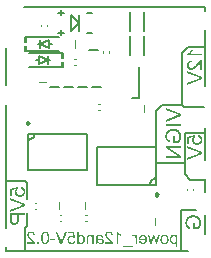
<source format=gbo>
G04*
G04 #@! TF.GenerationSoftware,Altium Limited,Altium Designer,23.4.1 (23)*
G04*
G04 Layer_Color=32896*
%FSLAX25Y25*%
%MOIN*%
G70*
G04*
G04 #@! TF.SameCoordinates,34EAC48E-9BE4-4C3F-87F1-4BBE4831E638*
G04*
G04*
G04 #@! TF.FilePolarity,Positive*
G04*
G01*
G75*
%ADD10C,0.00984*%
%ADD11C,0.00591*%
%ADD12C,0.00787*%
%ADD17C,0.00394*%
%ADD18C,0.00669*%
G36*
X62914Y12199D02*
X63050Y12194D01*
X63176Y12177D01*
X63301Y12156D01*
X63416Y12134D01*
X63531Y12106D01*
X63634Y12079D01*
X63727Y12052D01*
X63815Y12025D01*
X63891Y11997D01*
X63957Y11970D01*
X64017Y11948D01*
X64060Y11926D01*
X64093Y11910D01*
X64115Y11904D01*
X64120Y11899D01*
X64230Y11839D01*
X64333Y11768D01*
X64426Y11697D01*
X64519Y11626D01*
X64601Y11549D01*
X64672Y11473D01*
X64743Y11397D01*
X64803Y11326D01*
X64858Y11255D01*
X64907Y11189D01*
X64945Y11129D01*
X64978Y11080D01*
X65005Y11042D01*
X65021Y11009D01*
X65032Y10987D01*
X65038Y10982D01*
X65092Y10867D01*
X65141Y10747D01*
X65185Y10632D01*
X65218Y10518D01*
X65251Y10397D01*
X65278Y10288D01*
X65300Y10179D01*
X65316Y10081D01*
X65327Y9988D01*
X65338Y9901D01*
X65343Y9824D01*
X65349Y9759D01*
X65354Y9704D01*
Y9633D01*
X65343Y9431D01*
X65322Y9234D01*
X65294Y9054D01*
X65272Y8972D01*
X65256Y8890D01*
X65240Y8820D01*
X65218Y8760D01*
X65201Y8699D01*
X65191Y8656D01*
X65174Y8612D01*
X65169Y8585D01*
X65158Y8568D01*
Y8563D01*
X65076Y8366D01*
X64983Y8181D01*
X64885Y8011D01*
X64836Y7930D01*
X64792Y7859D01*
X64748Y7793D01*
X64705Y7733D01*
X64672Y7678D01*
X64639Y7635D01*
X64612Y7597D01*
X64590Y7569D01*
X64579Y7553D01*
X64574Y7547D01*
X62701D01*
Y9682D01*
X63296D01*
Y8202D01*
X64240D01*
X64311Y8290D01*
X64372Y8388D01*
X64432Y8492D01*
X64486Y8596D01*
X64530Y8688D01*
X64552Y8727D01*
X64568Y8760D01*
X64579Y8792D01*
X64590Y8814D01*
X64595Y8825D01*
Y8830D01*
X64650Y8983D01*
X64688Y9136D01*
X64721Y9278D01*
X64737Y9404D01*
X64743Y9464D01*
X64748Y9513D01*
X64754Y9557D01*
Y9595D01*
X64759Y9628D01*
Y9671D01*
X64748Y9857D01*
X64726Y10032D01*
X64688Y10190D01*
X64672Y10266D01*
X64650Y10332D01*
X64628Y10392D01*
X64612Y10447D01*
X64590Y10496D01*
X64574Y10539D01*
X64563Y10572D01*
X64552Y10594D01*
X64541Y10610D01*
Y10616D01*
X64497Y10698D01*
X64448Y10774D01*
X64344Y10905D01*
X64230Y11020D01*
X64120Y11118D01*
X64022Y11189D01*
X63978Y11222D01*
X63946Y11244D01*
X63913Y11266D01*
X63891Y11276D01*
X63875Y11282D01*
X63869Y11287D01*
X63689Y11364D01*
X63498Y11418D01*
X63312Y11462D01*
X63132Y11490D01*
X63050Y11495D01*
X62974Y11506D01*
X62908Y11511D01*
X62848D01*
X62805Y11517D01*
X62766D01*
X62744D01*
X62739D01*
X62537Y11506D01*
X62346Y11484D01*
X62177Y11457D01*
X62095Y11440D01*
X62024Y11418D01*
X61958Y11402D01*
X61898Y11386D01*
X61849Y11369D01*
X61805Y11353D01*
X61767Y11342D01*
X61745Y11331D01*
X61729Y11326D01*
X61723D01*
X61625Y11282D01*
X61532Y11233D01*
X61445Y11178D01*
X61374Y11129D01*
X61314Y11085D01*
X61265Y11047D01*
X61238Y11025D01*
X61227Y11014D01*
X61145Y10932D01*
X61074Y10840D01*
X61008Y10752D01*
X60954Y10665D01*
X60910Y10589D01*
X60883Y10528D01*
X60872Y10507D01*
X60861Y10490D01*
X60855Y10479D01*
Y10474D01*
X60806Y10343D01*
X60773Y10212D01*
X60746Y10075D01*
X60730Y9955D01*
X60724Y9895D01*
X60719Y9846D01*
Y9797D01*
X60713Y9759D01*
Y9682D01*
X60719Y9546D01*
X60735Y9415D01*
X60757Y9300D01*
X60779Y9196D01*
X60806Y9114D01*
X60817Y9076D01*
X60828Y9049D01*
X60839Y9027D01*
X60844Y9011D01*
X60850Y9000D01*
Y8994D01*
X60904Y8885D01*
X60959Y8787D01*
X61019Y8705D01*
X61074Y8634D01*
X61128Y8585D01*
X61167Y8546D01*
X61194Y8519D01*
X61205Y8514D01*
X61292Y8454D01*
X61390Y8399D01*
X61489Y8350D01*
X61587Y8306D01*
X61674Y8274D01*
X61712Y8263D01*
X61740Y8252D01*
X61767Y8241D01*
X61789Y8235D01*
X61800Y8230D01*
X61805D01*
X61642Y7624D01*
X61461Y7678D01*
X61298Y7738D01*
X61227Y7771D01*
X61156Y7804D01*
X61095Y7831D01*
X61041Y7864D01*
X60986Y7891D01*
X60943Y7919D01*
X60904Y7946D01*
X60872Y7962D01*
X60850Y7984D01*
X60834Y7995D01*
X60822Y8000D01*
X60817Y8006D01*
X60702Y8110D01*
X60604Y8219D01*
X60522Y8334D01*
X60451Y8448D01*
X60397Y8546D01*
X60375Y8590D01*
X60358Y8628D01*
X60342Y8656D01*
X60331Y8678D01*
X60326Y8694D01*
Y8699D01*
X60266Y8869D01*
X60222Y9038D01*
X60189Y9207D01*
X60167Y9360D01*
X60162Y9431D01*
X60156Y9491D01*
X60151Y9546D01*
X60145Y9595D01*
Y9688D01*
X60151Y9824D01*
X60156Y9961D01*
X60173Y10092D01*
X60195Y10212D01*
X60216Y10332D01*
X60244Y10441D01*
X60271Y10545D01*
X60298Y10638D01*
X60331Y10720D01*
X60358Y10796D01*
X60386Y10862D01*
X60408Y10916D01*
X60429Y10960D01*
X60446Y10993D01*
X60451Y11014D01*
X60457Y11020D01*
X60517Y11124D01*
X60588Y11222D01*
X60659Y11315D01*
X60735Y11397D01*
X60817Y11479D01*
X60893Y11549D01*
X60970Y11615D01*
X61046Y11675D01*
X61123Y11724D01*
X61188Y11773D01*
X61248Y11812D01*
X61303Y11844D01*
X61347Y11866D01*
X61379Y11883D01*
X61401Y11893D01*
X61407Y11899D01*
X61527Y11954D01*
X61647Y11997D01*
X61767Y12041D01*
X61887Y12074D01*
X62116Y12128D01*
X62226Y12150D01*
X62330Y12167D01*
X62422Y12177D01*
X62510Y12188D01*
X62586Y12194D01*
X62652Y12199D01*
X62706Y12205D01*
X62744D01*
X62766D01*
X62777D01*
X62914Y12199D01*
D02*
G37*
G36*
X64460Y38960D02*
X64574Y38938D01*
X64678Y38911D01*
X64776Y38873D01*
X64864Y38834D01*
X64951Y38796D01*
X65027Y38752D01*
X65093Y38709D01*
X65158Y38665D01*
X65213Y38627D01*
X65257Y38589D01*
X65295Y38550D01*
X65328Y38523D01*
X65350Y38501D01*
X65360Y38490D01*
X65366Y38485D01*
X65431Y38398D01*
X65491Y38310D01*
X65540Y38217D01*
X65584Y38125D01*
X65623Y38032D01*
X65655Y37939D01*
X65683Y37846D01*
X65699Y37759D01*
X65715Y37677D01*
X65726Y37600D01*
X65737Y37535D01*
X65743Y37475D01*
X65748Y37426D01*
Y37360D01*
X65743Y37207D01*
X65721Y37065D01*
X65693Y36929D01*
X65650Y36803D01*
X65606Y36683D01*
X65557Y36574D01*
X65497Y36476D01*
X65442Y36388D01*
X65388Y36306D01*
X65328Y36235D01*
X65279Y36175D01*
X65229Y36126D01*
X65191Y36088D01*
X65164Y36061D01*
X65142Y36044D01*
X65136Y36039D01*
X65044Y35968D01*
X64945Y35908D01*
X64842Y35853D01*
X64743Y35810D01*
X64645Y35771D01*
X64547Y35739D01*
X64449Y35711D01*
X64361Y35689D01*
X64274Y35673D01*
X64197Y35662D01*
X64132Y35651D01*
X64072Y35646D01*
X64023Y35640D01*
X63990D01*
X63963D01*
X63957D01*
X63826Y35646D01*
X63700Y35662D01*
X63580Y35684D01*
X63471Y35711D01*
X63362Y35744D01*
X63269Y35788D01*
X63176Y35826D01*
X63095Y35870D01*
X63024Y35913D01*
X62963Y35952D01*
X62903Y35990D01*
X62860Y36028D01*
X62827Y36055D01*
X62800Y36077D01*
X62783Y36094D01*
X62778Y36099D01*
X62696Y36186D01*
X62625Y36279D01*
X62565Y36372D01*
X62510Y36465D01*
X62467Y36558D01*
X62428Y36650D01*
X62401Y36738D01*
X62374Y36825D01*
X62357Y36902D01*
X62341Y36978D01*
X62335Y37043D01*
X62325Y37098D01*
Y37142D01*
X62319Y37180D01*
Y37207D01*
X62325Y37300D01*
X62330Y37393D01*
X62347Y37480D01*
X62368Y37568D01*
X62417Y37726D01*
X62450Y37802D01*
X62477Y37868D01*
X62505Y37933D01*
X62537Y37988D01*
X62565Y38037D01*
X62587Y38081D01*
X62608Y38114D01*
X62619Y38135D01*
X62630Y38152D01*
X62636Y38157D01*
X61282Y37890D01*
Y35875D01*
X60692D01*
Y38381D01*
X63280Y38867D01*
X63362Y38288D01*
X63286Y38234D01*
X63215Y38174D01*
X63155Y38108D01*
X63100Y38054D01*
X63062Y37999D01*
X63029Y37955D01*
X63013Y37928D01*
X63007Y37917D01*
X62958Y37824D01*
X62925Y37732D01*
X62898Y37639D01*
X62881Y37551D01*
X62871Y37480D01*
X62865Y37420D01*
Y37371D01*
X62871Y37284D01*
X62876Y37202D01*
X62892Y37120D01*
X62914Y37049D01*
X62963Y36913D01*
X62991Y36858D01*
X63018Y36803D01*
X63051Y36754D01*
X63078Y36716D01*
X63105Y36678D01*
X63127Y36650D01*
X63149Y36629D01*
X63165Y36607D01*
X63171Y36601D01*
X63176Y36596D01*
X63236Y36541D01*
X63302Y36498D01*
X63367Y36454D01*
X63433Y36421D01*
X63575Y36367D01*
X63706Y36334D01*
X63771Y36323D01*
X63826Y36312D01*
X63881Y36306D01*
X63924Y36301D01*
X63963Y36296D01*
X63990D01*
X64006D01*
X64012D01*
X64116Y36301D01*
X64208Y36306D01*
X64301Y36323D01*
X64389Y36345D01*
X64465Y36367D01*
X64541Y36394D01*
X64607Y36421D01*
X64667Y36448D01*
X64722Y36481D01*
X64771Y36509D01*
X64809Y36536D01*
X64847Y36558D01*
X64874Y36579D01*
X64891Y36596D01*
X64902Y36601D01*
X64907Y36607D01*
X64967Y36667D01*
X65016Y36727D01*
X65060Y36787D01*
X65098Y36852D01*
X65131Y36918D01*
X65158Y36978D01*
X65197Y37098D01*
X65224Y37202D01*
X65229Y37246D01*
X65235Y37284D01*
X65240Y37317D01*
Y37360D01*
X65235Y37431D01*
X65229Y37497D01*
X65202Y37617D01*
X65164Y37726D01*
X65120Y37819D01*
X65082Y37895D01*
X65044Y37950D01*
X65027Y37972D01*
X65016Y37988D01*
X65005Y37994D01*
Y37999D01*
X64956Y38043D01*
X64907Y38086D01*
X64798Y38157D01*
X64678Y38217D01*
X64563Y38261D01*
X64460Y38288D01*
X64410Y38305D01*
X64372Y38310D01*
X64339Y38316D01*
X64318Y38321D01*
X64301Y38327D01*
X64296D01*
X64345Y38976D01*
X64460Y38960D01*
D02*
G37*
G36*
X65666Y33374D02*
Y32686D01*
X60627Y30721D01*
Y31398D01*
X64290Y32757D01*
X64443Y32812D01*
X64591Y32867D01*
X64732Y32916D01*
X64858Y32954D01*
X64913Y32970D01*
X64962Y32987D01*
X65005Y32998D01*
X65044Y33009D01*
X65071Y33020D01*
X65098Y33025D01*
X65109Y33030D01*
X65115D01*
X64967Y33074D01*
X64820Y33118D01*
X64683Y33162D01*
X64558Y33200D01*
X64498Y33222D01*
X64449Y33238D01*
X64405Y33254D01*
X64367Y33265D01*
X64334Y33276D01*
X64312Y33287D01*
X64296Y33292D01*
X64290D01*
X60627Y34603D01*
Y35329D01*
X65666Y33374D01*
D02*
G37*
G36*
X62510Y67214D02*
X62461Y67099D01*
X62406Y66990D01*
X62357Y66891D01*
X62308Y66804D01*
X62292Y66766D01*
X62270Y66733D01*
X62259Y66706D01*
X62248Y66689D01*
X62237Y66679D01*
Y66673D01*
X62155Y66542D01*
X62079Y66427D01*
X62008Y66324D01*
X61942Y66242D01*
X61888Y66171D01*
X61850Y66122D01*
X61822Y66094D01*
X61811Y66083D01*
X65748D01*
Y65466D01*
X60692D01*
Y65865D01*
X60818Y65936D01*
X60938Y66018D01*
X61052Y66111D01*
X61151Y66203D01*
X61243Y66285D01*
X61276Y66324D01*
X61309Y66351D01*
X61336Y66378D01*
X61353Y66400D01*
X61364Y66411D01*
X61369Y66417D01*
X61495Y66564D01*
X61604Y66722D01*
X61708Y66875D01*
X61795Y67017D01*
X61828Y67077D01*
X61861Y67137D01*
X61893Y67192D01*
X61915Y67235D01*
X61932Y67274D01*
X61948Y67301D01*
X61953Y67317D01*
X61959Y67323D01*
X62554D01*
X62510Y67214D01*
D02*
G37*
G36*
X65748Y60629D02*
X65153D01*
Y63113D01*
X65033Y63026D01*
X64978Y62982D01*
X64929Y62938D01*
X64885Y62900D01*
X64853Y62873D01*
X64831Y62851D01*
X64825Y62846D01*
X64793Y62813D01*
X64749Y62769D01*
X64705Y62720D01*
X64656Y62665D01*
X64547Y62551D01*
X64443Y62431D01*
X64345Y62316D01*
X64301Y62267D01*
X64263Y62218D01*
X64230Y62185D01*
X64208Y62152D01*
X64192Y62136D01*
X64187Y62130D01*
X64083Y62010D01*
X63984Y61896D01*
X63897Y61792D01*
X63810Y61699D01*
X63733Y61612D01*
X63657Y61535D01*
X63591Y61464D01*
X63531Y61399D01*
X63482Y61344D01*
X63433Y61300D01*
X63395Y61262D01*
X63362Y61229D01*
X63335Y61208D01*
X63318Y61186D01*
X63307Y61180D01*
X63302Y61175D01*
X63182Y61071D01*
X63073Y60989D01*
X62969Y60918D01*
X62876Y60858D01*
X62800Y60814D01*
X62740Y60782D01*
X62718Y60771D01*
X62701Y60765D01*
X62696Y60760D01*
X62690D01*
X62581Y60716D01*
X62472Y60689D01*
X62374Y60667D01*
X62281Y60651D01*
X62204Y60640D01*
X62144Y60634D01*
X62123D01*
X62106D01*
X62101D01*
X62095D01*
X61986Y60640D01*
X61882Y60651D01*
X61784Y60673D01*
X61686Y60700D01*
X61598Y60733D01*
X61516Y60771D01*
X61440Y60809D01*
X61375Y60847D01*
X61309Y60886D01*
X61254Y60924D01*
X61205Y60962D01*
X61167Y60995D01*
X61140Y61022D01*
X61112Y61044D01*
X61102Y61055D01*
X61096Y61060D01*
X61025Y61142D01*
X60965Y61229D01*
X60910Y61322D01*
X60861Y61421D01*
X60823Y61513D01*
X60790Y61612D01*
X60763Y61704D01*
X60741Y61797D01*
X60725Y61879D01*
X60714Y61961D01*
X60703Y62032D01*
X60698Y62092D01*
X60692Y62141D01*
Y62212D01*
X60698Y62343D01*
X60708Y62469D01*
X60725Y62584D01*
X60752Y62693D01*
X60779Y62796D01*
X60812Y62889D01*
X60845Y62977D01*
X60878Y63053D01*
X60916Y63124D01*
X60949Y63184D01*
X60981Y63239D01*
X61009Y63282D01*
X61036Y63315D01*
X61052Y63337D01*
X61063Y63353D01*
X61069Y63359D01*
X61140Y63435D01*
X61222Y63501D01*
X61304Y63561D01*
X61396Y63616D01*
X61484Y63659D01*
X61571Y63703D01*
X61664Y63736D01*
X61746Y63763D01*
X61828Y63790D01*
X61904Y63807D01*
X61975Y63823D01*
X62035Y63834D01*
X62084Y63839D01*
X62117Y63845D01*
X62139Y63850D01*
X62150D01*
X62215Y63217D01*
X62128Y63212D01*
X62046Y63206D01*
X61904Y63173D01*
X61773Y63130D01*
X61718Y63108D01*
X61669Y63080D01*
X61626Y63059D01*
X61588Y63031D01*
X61555Y63009D01*
X61527Y62993D01*
X61506Y62971D01*
X61489Y62960D01*
X61484Y62955D01*
X61478Y62949D01*
X61429Y62895D01*
X61386Y62840D01*
X61353Y62780D01*
X61320Y62720D01*
X61271Y62600D01*
X61238Y62485D01*
X61222Y62387D01*
X61211Y62343D01*
Y62305D01*
X61205Y62272D01*
Y62152D01*
X61216Y62076D01*
X61243Y61939D01*
X61287Y61825D01*
X61331Y61721D01*
X61380Y61644D01*
X61402Y61612D01*
X61424Y61584D01*
X61440Y61563D01*
X61451Y61546D01*
X61457Y61541D01*
X61462Y61535D01*
X61511Y61486D01*
X61560Y61448D01*
X61609Y61410D01*
X61664Y61382D01*
X61768Y61333D01*
X61866Y61300D01*
X61948Y61284D01*
X61986Y61273D01*
X62019D01*
X62041Y61268D01*
X62063D01*
X62073D01*
X62079D01*
X62144Y61273D01*
X62210Y61279D01*
X62341Y61311D01*
X62467Y61361D01*
X62581Y61415D01*
X62679Y61470D01*
X62718Y61492D01*
X62756Y61519D01*
X62783Y61535D01*
X62805Y61552D01*
X62816Y61557D01*
X62822Y61563D01*
X62898Y61623D01*
X62980Y61694D01*
X63067Y61775D01*
X63155Y61863D01*
X63335Y62043D01*
X63504Y62229D01*
X63586Y62316D01*
X63657Y62403D01*
X63722Y62480D01*
X63777Y62545D01*
X63826Y62600D01*
X63859Y62638D01*
X63886Y62665D01*
X63892Y62676D01*
X63973Y62775D01*
X64050Y62862D01*
X64121Y62949D01*
X64192Y63026D01*
X64257Y63102D01*
X64323Y63168D01*
X64378Y63228D01*
X64432Y63282D01*
X64481Y63332D01*
X64525Y63370D01*
X64563Y63408D01*
X64591Y63435D01*
X64618Y63463D01*
X64634Y63479D01*
X64645Y63485D01*
X64651Y63490D01*
X64771Y63588D01*
X64891Y63670D01*
X65005Y63741D01*
X65109Y63796D01*
X65197Y63839D01*
X65235Y63856D01*
X65262Y63872D01*
X65289Y63883D01*
X65306Y63889D01*
X65317Y63894D01*
X65322D01*
X65399Y63921D01*
X65475Y63938D01*
X65546Y63954D01*
X65611Y63959D01*
X65666Y63965D01*
X65710D01*
X65737D01*
X65748D01*
Y60629D01*
D02*
G37*
G36*
Y58276D02*
Y57588D01*
X60708Y55622D01*
Y56299D01*
X64372Y57659D01*
X64525Y57713D01*
X64672Y57768D01*
X64814Y57817D01*
X64940Y57855D01*
X64995Y57872D01*
X65044Y57888D01*
X65087Y57899D01*
X65126Y57910D01*
X65153Y57921D01*
X65180Y57926D01*
X65191Y57932D01*
X65197D01*
X65049Y57975D01*
X64902Y58019D01*
X64765Y58063D01*
X64640Y58101D01*
X64580Y58123D01*
X64530Y58139D01*
X64487Y58156D01*
X64448Y58166D01*
X64416Y58177D01*
X64394Y58188D01*
X64378Y58194D01*
X64372D01*
X60708Y59504D01*
Y60230D01*
X65748Y58276D01*
D02*
G37*
G36*
X5404Y21637D02*
X5519Y21615D01*
X5623Y21588D01*
X5721Y21550D01*
X5808Y21512D01*
X5896Y21473D01*
X5972Y21430D01*
X6038Y21386D01*
X6103Y21342D01*
X6158Y21304D01*
X6202Y21266D01*
X6240Y21228D01*
X6273Y21200D01*
X6294Y21179D01*
X6305Y21168D01*
X6311Y21162D01*
X6376Y21075D01*
X6436Y20987D01*
X6485Y20895D01*
X6529Y20802D01*
X6567Y20709D01*
X6600Y20616D01*
X6627Y20523D01*
X6644Y20436D01*
X6660Y20354D01*
X6671Y20278D01*
X6682Y20212D01*
X6687Y20152D01*
X6693Y20103D01*
Y20037D01*
X6687Y19884D01*
X6666Y19742D01*
X6638Y19606D01*
X6595Y19480D01*
X6551Y19360D01*
X6502Y19251D01*
X6442Y19153D01*
X6387Y19065D01*
X6333Y18984D01*
X6273Y18913D01*
X6223Y18853D01*
X6174Y18803D01*
X6136Y18765D01*
X6109Y18738D01*
X6087Y18722D01*
X6081Y18716D01*
X5989Y18645D01*
X5890Y18585D01*
X5787Y18530D01*
X5688Y18487D01*
X5590Y18449D01*
X5492Y18416D01*
X5393Y18388D01*
X5306Y18367D01*
X5219Y18350D01*
X5142Y18339D01*
X5077Y18328D01*
X5017Y18323D01*
X4967Y18317D01*
X4935D01*
X4907D01*
X4902D01*
X4771Y18323D01*
X4645Y18339D01*
X4525Y18361D01*
X4416Y18388D01*
X4307Y18421D01*
X4214Y18465D01*
X4121Y18503D01*
X4039Y18547D01*
X3968Y18590D01*
X3908Y18629D01*
X3848Y18667D01*
X3805Y18705D01*
X3772Y18732D01*
X3745Y18754D01*
X3728Y18771D01*
X3723Y18776D01*
X3641Y18864D01*
X3570Y18956D01*
X3510Y19049D01*
X3455Y19142D01*
X3411Y19235D01*
X3373Y19328D01*
X3346Y19415D01*
X3319Y19502D01*
X3302Y19579D01*
X3286Y19655D01*
X3280Y19721D01*
X3269Y19775D01*
Y19819D01*
X3264Y19857D01*
Y19884D01*
X3269Y19977D01*
X3275Y20070D01*
X3291Y20157D01*
X3313Y20245D01*
X3362Y20403D01*
X3395Y20480D01*
X3422Y20545D01*
X3450Y20611D01*
X3482Y20665D01*
X3510Y20714D01*
X3532Y20758D01*
X3553Y20791D01*
X3564Y20813D01*
X3575Y20829D01*
X3581Y20834D01*
X2227Y20567D01*
Y18552D01*
X1637D01*
Y21058D01*
X4225Y21544D01*
X4307Y20966D01*
X4230Y20911D01*
X4160Y20851D01*
X4099Y20785D01*
X4045Y20731D01*
X4007Y20676D01*
X3974Y20632D01*
X3957Y20605D01*
X3952Y20594D01*
X3903Y20502D01*
X3870Y20409D01*
X3843Y20316D01*
X3826Y20229D01*
X3816Y20157D01*
X3810Y20097D01*
Y20048D01*
X3816Y19961D01*
X3821Y19879D01*
X3837Y19797D01*
X3859Y19726D01*
X3908Y19590D01*
X3936Y19535D01*
X3963Y19480D01*
X3996Y19431D01*
X4023Y19393D01*
X4050Y19355D01*
X4072Y19328D01*
X4094Y19306D01*
X4110Y19284D01*
X4116Y19278D01*
X4121Y19273D01*
X4181Y19218D01*
X4247Y19175D01*
X4312Y19131D01*
X4378Y19098D01*
X4520Y19044D01*
X4651Y19011D01*
X4716Y19000D01*
X4771Y18989D01*
X4826Y18984D01*
X4869Y18978D01*
X4907Y18973D01*
X4935D01*
X4951D01*
X4957D01*
X5060Y18978D01*
X5153Y18984D01*
X5246Y19000D01*
X5333Y19022D01*
X5410Y19044D01*
X5486Y19071D01*
X5552Y19098D01*
X5612Y19126D01*
X5666Y19158D01*
X5716Y19186D01*
X5754Y19213D01*
X5792Y19235D01*
X5819Y19257D01*
X5836Y19273D01*
X5847Y19278D01*
X5852Y19284D01*
X5912Y19344D01*
X5961Y19404D01*
X6005Y19464D01*
X6043Y19530D01*
X6076Y19595D01*
X6103Y19655D01*
X6141Y19775D01*
X6169Y19879D01*
X6174Y19923D01*
X6180Y19961D01*
X6185Y19994D01*
Y20037D01*
X6180Y20108D01*
X6174Y20174D01*
X6147Y20294D01*
X6109Y20403D01*
X6065Y20496D01*
X6027Y20572D01*
X5989Y20627D01*
X5972Y20649D01*
X5961Y20665D01*
X5950Y20671D01*
Y20676D01*
X5901Y20720D01*
X5852Y20764D01*
X5743Y20834D01*
X5623Y20895D01*
X5508Y20938D01*
X5404Y20966D01*
X5355Y20982D01*
X5317Y20987D01*
X5284Y20993D01*
X5262Y20998D01*
X5246Y21004D01*
X5241D01*
X5290Y21654D01*
X5404Y21637D01*
D02*
G37*
G36*
X6611Y16052D02*
Y15364D01*
X1571Y13398D01*
Y14075D01*
X5235Y15435D01*
X5388Y15489D01*
X5535Y15544D01*
X5677Y15593D01*
X5803Y15631D01*
X5858Y15647D01*
X5907Y15664D01*
X5950Y15675D01*
X5989Y15686D01*
X6016Y15697D01*
X6043Y15702D01*
X6054Y15708D01*
X6060D01*
X5912Y15751D01*
X5765Y15795D01*
X5628Y15839D01*
X5503Y15877D01*
X5443Y15899D01*
X5393Y15915D01*
X5350Y15932D01*
X5311Y15942D01*
X5279Y15953D01*
X5257Y15964D01*
X5241Y15970D01*
X5235D01*
X1571Y17280D01*
Y18006D01*
X6611Y16052D01*
D02*
G37*
G36*
Y12131D02*
X4563D01*
Y10843D01*
X4558Y10646D01*
X4542Y10471D01*
X4520Y10308D01*
X4493Y10155D01*
X4460Y10024D01*
X4422Y9898D01*
X4383Y9794D01*
X4340Y9696D01*
X4301Y9614D01*
X4263Y9543D01*
X4225Y9483D01*
X4192Y9439D01*
X4160Y9401D01*
X4138Y9380D01*
X4127Y9363D01*
X4121Y9358D01*
X4034Y9287D01*
X3946Y9221D01*
X3854Y9166D01*
X3761Y9123D01*
X3668Y9079D01*
X3581Y9046D01*
X3493Y9019D01*
X3411Y8997D01*
X3330Y8981D01*
X3259Y8970D01*
X3198Y8959D01*
X3144Y8954D01*
X3095Y8948D01*
X3062D01*
X3040D01*
X3035D01*
X2898Y8954D01*
X2767Y8970D01*
X2653Y8997D01*
X2549Y9025D01*
X2467Y9057D01*
X2429Y9068D01*
X2401Y9079D01*
X2379Y9090D01*
X2363Y9101D01*
X2352Y9106D01*
X2347D01*
X2232Y9166D01*
X2139Y9232D01*
X2052Y9303D01*
X1986Y9363D01*
X1932Y9423D01*
X1894Y9467D01*
X1866Y9500D01*
X1861Y9505D01*
Y9510D01*
X1801Y9609D01*
X1752Y9713D01*
X1708Y9816D01*
X1675Y9915D01*
X1648Y10002D01*
X1642Y10040D01*
X1632Y10073D01*
X1626Y10095D01*
Y10117D01*
X1621Y10127D01*
Y10133D01*
X1610Y10182D01*
X1604Y10242D01*
X1593Y10362D01*
X1582Y10488D01*
X1577Y10613D01*
X1571Y10723D01*
Y12797D01*
X6611D01*
Y12131D01*
D02*
G37*
G36*
X58579Y46077D02*
Y45389D01*
X53540Y43423D01*
Y44100D01*
X57204Y45460D01*
X57357Y45514D01*
X57504Y45569D01*
X57646Y45618D01*
X57771Y45656D01*
X57826Y45673D01*
X57875Y45689D01*
X57919Y45700D01*
X57957Y45711D01*
X57984Y45722D01*
X58012Y45727D01*
X58023Y45733D01*
X58028D01*
X57881Y45777D01*
X57733Y45820D01*
X57597Y45864D01*
X57471Y45902D01*
X57411Y45924D01*
X57362Y45940D01*
X57318Y45957D01*
X57280Y45968D01*
X57247Y45979D01*
X57225Y45989D01*
X57209Y45995D01*
X57204D01*
X53540Y47305D01*
Y48031D01*
X58579Y46077D01*
D02*
G37*
G36*
Y42042D02*
X53540D01*
Y42708D01*
X58579D01*
Y42042D01*
D02*
G37*
G36*
X56221Y41026D02*
X56357Y41021D01*
X56483Y41004D01*
X56608Y40983D01*
X56723Y40961D01*
X56838Y40933D01*
X56941Y40906D01*
X57034Y40879D01*
X57122Y40852D01*
X57198Y40824D01*
X57264Y40797D01*
X57324Y40775D01*
X57367Y40753D01*
X57400Y40737D01*
X57422Y40731D01*
X57427Y40726D01*
X57537Y40666D01*
X57640Y40595D01*
X57733Y40524D01*
X57826Y40453D01*
X57908Y40377D01*
X57979Y40300D01*
X58050Y40224D01*
X58110Y40153D01*
X58165Y40082D01*
X58214Y40016D01*
X58252Y39956D01*
X58285Y39907D01*
X58312Y39869D01*
X58328Y39836D01*
X58339Y39814D01*
X58345Y39809D01*
X58399Y39694D01*
X58448Y39574D01*
X58492Y39459D01*
X58525Y39345D01*
X58558Y39224D01*
X58585Y39115D01*
X58607Y39006D01*
X58623Y38908D01*
X58634Y38815D01*
X58645Y38728D01*
X58650Y38651D01*
X58656Y38586D01*
X58661Y38531D01*
Y38460D01*
X58650Y38258D01*
X58629Y38061D01*
X58601Y37881D01*
X58579Y37800D01*
X58563Y37718D01*
X58547Y37647D01*
X58525Y37587D01*
X58508Y37526D01*
X58498Y37483D01*
X58481Y37439D01*
X58476Y37412D01*
X58465Y37395D01*
Y37390D01*
X58383Y37193D01*
X58290Y37008D01*
X58192Y36838D01*
X58143Y36757D01*
X58099Y36686D01*
X58055Y36620D01*
X58012Y36560D01*
X57979Y36505D01*
X57946Y36462D01*
X57919Y36424D01*
X57897Y36396D01*
X57886Y36380D01*
X57881Y36374D01*
X56008D01*
Y38509D01*
X56603D01*
Y37030D01*
X57548D01*
X57619Y37117D01*
X57679Y37215D01*
X57739Y37319D01*
X57793Y37423D01*
X57837Y37516D01*
X57859Y37554D01*
X57875Y37587D01*
X57886Y37619D01*
X57897Y37641D01*
X57902Y37652D01*
Y37657D01*
X57957Y37810D01*
X57995Y37963D01*
X58028Y38105D01*
X58044Y38231D01*
X58050Y38291D01*
X58055Y38340D01*
X58061Y38384D01*
Y38422D01*
X58066Y38455D01*
Y38498D01*
X58055Y38684D01*
X58034Y38859D01*
X57995Y39017D01*
X57979Y39094D01*
X57957Y39159D01*
X57935Y39219D01*
X57919Y39274D01*
X57897Y39323D01*
X57881Y39366D01*
X57870Y39399D01*
X57859Y39421D01*
X57848Y39437D01*
Y39443D01*
X57804Y39525D01*
X57755Y39601D01*
X57651Y39732D01*
X57537Y39847D01*
X57427Y39945D01*
X57329Y40016D01*
X57285Y40049D01*
X57253Y40071D01*
X57220Y40093D01*
X57198Y40104D01*
X57182Y40109D01*
X57176Y40115D01*
X56996Y40191D01*
X56805Y40246D01*
X56619Y40289D01*
X56439Y40317D01*
X56357Y40322D01*
X56281Y40333D01*
X56215Y40338D01*
X56155D01*
X56112Y40344D01*
X56073D01*
X56051D01*
X56046D01*
X55844Y40333D01*
X55653Y40311D01*
X55484Y40284D01*
X55402Y40267D01*
X55331Y40246D01*
X55265Y40229D01*
X55205Y40213D01*
X55156Y40196D01*
X55112Y40180D01*
X55074Y40169D01*
X55052Y40158D01*
X55036Y40153D01*
X55031D01*
X54932Y40109D01*
X54839Y40060D01*
X54752Y40005D01*
X54681Y39956D01*
X54621Y39913D01*
X54572Y39874D01*
X54545Y39852D01*
X54534Y39841D01*
X54452Y39760D01*
X54381Y39667D01*
X54315Y39579D01*
X54261Y39492D01*
X54217Y39416D01*
X54190Y39355D01*
X54179Y39334D01*
X54168Y39317D01*
X54162Y39306D01*
Y39301D01*
X54113Y39170D01*
X54080Y39039D01*
X54053Y38902D01*
X54037Y38782D01*
X54031Y38722D01*
X54026Y38673D01*
Y38624D01*
X54020Y38586D01*
Y38509D01*
X54026Y38373D01*
X54042Y38242D01*
X54064Y38127D01*
X54086Y38023D01*
X54113Y37941D01*
X54124Y37903D01*
X54135Y37876D01*
X54146Y37854D01*
X54151Y37838D01*
X54157Y37827D01*
Y37821D01*
X54211Y37712D01*
X54266Y37614D01*
X54326Y37532D01*
X54381Y37461D01*
X54435Y37412D01*
X54474Y37374D01*
X54501Y37346D01*
X54512Y37341D01*
X54599Y37281D01*
X54698Y37226D01*
X54796Y37177D01*
X54894Y37133D01*
X54981Y37101D01*
X55020Y37090D01*
X55047Y37079D01*
X55074Y37068D01*
X55096Y37062D01*
X55107Y37057D01*
X55112D01*
X54949Y36451D01*
X54768Y36505D01*
X54605Y36566D01*
X54534Y36598D01*
X54463Y36631D01*
X54403Y36658D01*
X54348Y36691D01*
X54293Y36718D01*
X54250Y36746D01*
X54211Y36773D01*
X54179Y36789D01*
X54157Y36811D01*
X54141Y36822D01*
X54130Y36828D01*
X54124Y36833D01*
X54009Y36937D01*
X53911Y37046D01*
X53829Y37161D01*
X53758Y37275D01*
X53704Y37374D01*
X53682Y37417D01*
X53666Y37455D01*
X53649Y37483D01*
X53638Y37505D01*
X53633Y37521D01*
Y37526D01*
X53573Y37696D01*
X53529Y37865D01*
X53496Y38034D01*
X53474Y38187D01*
X53469Y38258D01*
X53464Y38318D01*
X53458Y38373D01*
X53453Y38422D01*
Y38515D01*
X53458Y38651D01*
X53464Y38788D01*
X53480Y38919D01*
X53502Y39039D01*
X53524Y39159D01*
X53551Y39268D01*
X53578Y39372D01*
X53605Y39465D01*
X53638Y39547D01*
X53666Y39623D01*
X53693Y39689D01*
X53715Y39743D01*
X53737Y39787D01*
X53753Y39820D01*
X53758Y39841D01*
X53764Y39847D01*
X53824Y39951D01*
X53895Y40049D01*
X53966Y40142D01*
X54042Y40224D01*
X54124Y40306D01*
X54201Y40377D01*
X54277Y40442D01*
X54353Y40502D01*
X54430Y40551D01*
X54495Y40600D01*
X54555Y40639D01*
X54610Y40671D01*
X54654Y40693D01*
X54686Y40710D01*
X54708Y40720D01*
X54714Y40726D01*
X54834Y40781D01*
X54954Y40824D01*
X55074Y40868D01*
X55194Y40901D01*
X55424Y40955D01*
X55533Y40977D01*
X55637Y40993D01*
X55729Y41004D01*
X55817Y41015D01*
X55893Y41021D01*
X55959Y41026D01*
X56013Y41032D01*
X56051D01*
X56073D01*
X56084D01*
X56221Y41026D01*
D02*
G37*
G36*
X58579Y34758D02*
X54627D01*
X58579Y32116D01*
Y31428D01*
X53540D01*
Y32066D01*
X57498D01*
X53540Y34715D01*
Y35397D01*
X58579D01*
Y34758D01*
D02*
G37*
G36*
X34778Y6736D02*
X34879Y6727D01*
X34970Y6714D01*
X35058Y6692D01*
X35141Y6670D01*
X35215Y6644D01*
X35285Y6618D01*
X35346Y6592D01*
X35403Y6561D01*
X35451Y6535D01*
X35495Y6509D01*
X35530Y6487D01*
X35556Y6465D01*
X35574Y6452D01*
X35587Y6443D01*
X35591Y6439D01*
X35652Y6382D01*
X35705Y6316D01*
X35753Y6251D01*
X35796Y6176D01*
X35831Y6106D01*
X35866Y6037D01*
X35893Y5962D01*
X35914Y5897D01*
X35936Y5831D01*
X35949Y5770D01*
X35962Y5713D01*
X35971Y5665D01*
X35976Y5626D01*
X35980Y5600D01*
X35984Y5582D01*
Y5573D01*
X35477Y5521D01*
X35473Y5591D01*
X35469Y5656D01*
X35442Y5770D01*
X35407Y5875D01*
X35390Y5919D01*
X35368Y5958D01*
X35351Y5993D01*
X35329Y6024D01*
X35311Y6050D01*
X35298Y6072D01*
X35281Y6089D01*
X35272Y6102D01*
X35268Y6106D01*
X35263Y6111D01*
X35219Y6150D01*
X35176Y6185D01*
X35128Y6211D01*
X35080Y6238D01*
X34984Y6277D01*
X34892Y6303D01*
X34813Y6316D01*
X34778Y6325D01*
X34748D01*
X34721Y6329D01*
X34625D01*
X34564Y6321D01*
X34455Y6299D01*
X34363Y6264D01*
X34280Y6229D01*
X34219Y6190D01*
X34193Y6172D01*
X34171Y6155D01*
X34153Y6141D01*
X34140Y6133D01*
X34136Y6128D01*
X34131Y6124D01*
X34092Y6085D01*
X34062Y6045D01*
X34031Y6006D01*
X34009Y5962D01*
X33970Y5879D01*
X33944Y5801D01*
X33930Y5735D01*
X33922Y5704D01*
Y5678D01*
X33917Y5661D01*
Y5643D01*
Y5635D01*
Y5630D01*
X33922Y5578D01*
X33926Y5525D01*
X33952Y5420D01*
X33992Y5320D01*
X34035Y5228D01*
X34079Y5150D01*
X34096Y5119D01*
X34118Y5088D01*
X34131Y5066D01*
X34144Y5049D01*
X34149Y5040D01*
X34153Y5036D01*
X34201Y4975D01*
X34258Y4909D01*
X34324Y4839D01*
X34394Y4769D01*
X34538Y4625D01*
X34686Y4490D01*
X34756Y4424D01*
X34826Y4367D01*
X34887Y4315D01*
X34940Y4271D01*
X34984Y4232D01*
X35014Y4205D01*
X35036Y4184D01*
X35045Y4179D01*
X35123Y4114D01*
X35193Y4053D01*
X35263Y3996D01*
X35324Y3939D01*
X35386Y3887D01*
X35438Y3834D01*
X35486Y3790D01*
X35530Y3747D01*
X35569Y3707D01*
X35600Y3672D01*
X35630Y3642D01*
X35652Y3620D01*
X35674Y3598D01*
X35687Y3585D01*
X35691Y3576D01*
X35696Y3572D01*
X35774Y3476D01*
X35840Y3380D01*
X35897Y3288D01*
X35941Y3205D01*
X35976Y3135D01*
X35989Y3104D01*
X36002Y3083D01*
X36011Y3061D01*
X36015Y3047D01*
X36019Y3039D01*
Y3034D01*
X36041Y2973D01*
X36054Y2912D01*
X36067Y2855D01*
X36072Y2803D01*
X36076Y2759D01*
Y2724D01*
Y2702D01*
Y2693D01*
X33406D01*
Y3170D01*
X35394D01*
X35324Y3266D01*
X35289Y3310D01*
X35254Y3349D01*
X35224Y3384D01*
X35202Y3410D01*
X35185Y3428D01*
X35180Y3432D01*
X35154Y3458D01*
X35119Y3493D01*
X35080Y3528D01*
X35036Y3568D01*
X34944Y3655D01*
X34848Y3738D01*
X34756Y3817D01*
X34717Y3852D01*
X34678Y3882D01*
X34651Y3908D01*
X34625Y3926D01*
X34612Y3939D01*
X34608Y3943D01*
X34512Y4026D01*
X34420Y4105D01*
X34337Y4175D01*
X34262Y4245D01*
X34193Y4306D01*
X34131Y4367D01*
X34075Y4420D01*
X34022Y4468D01*
X33978Y4507D01*
X33944Y4546D01*
X33913Y4577D01*
X33887Y4603D01*
X33869Y4625D01*
X33852Y4638D01*
X33847Y4647D01*
X33843Y4651D01*
X33760Y4747D01*
X33694Y4835D01*
X33638Y4918D01*
X33590Y4992D01*
X33555Y5053D01*
X33528Y5101D01*
X33520Y5119D01*
X33515Y5132D01*
X33511Y5136D01*
Y5141D01*
X33476Y5228D01*
X33454Y5316D01*
X33437Y5394D01*
X33424Y5469D01*
X33415Y5530D01*
X33410Y5578D01*
Y5595D01*
Y5608D01*
Y5613D01*
Y5617D01*
X33415Y5704D01*
X33424Y5787D01*
X33441Y5866D01*
X33463Y5945D01*
X33489Y6015D01*
X33520Y6080D01*
X33550Y6141D01*
X33581Y6194D01*
X33611Y6246D01*
X33642Y6290D01*
X33673Y6329D01*
X33699Y6360D01*
X33721Y6382D01*
X33738Y6404D01*
X33747Y6412D01*
X33751Y6417D01*
X33817Y6474D01*
X33887Y6522D01*
X33961Y6565D01*
X34040Y6605D01*
X34114Y6635D01*
X34193Y6662D01*
X34267Y6683D01*
X34341Y6701D01*
X34407Y6714D01*
X34472Y6723D01*
X34529Y6731D01*
X34577Y6736D01*
X34617Y6740D01*
X34673D01*
X34778Y6736D01*
D02*
G37*
G36*
X8781Y6736D02*
X8882Y6727D01*
X8973Y6714D01*
X9061Y6692D01*
X9144Y6670D01*
X9218Y6644D01*
X9288Y6618D01*
X9349Y6592D01*
X9406Y6561D01*
X9454Y6535D01*
X9498Y6509D01*
X9533Y6487D01*
X9559Y6465D01*
X9576Y6452D01*
X9589Y6443D01*
X9594Y6439D01*
X9655Y6382D01*
X9708Y6316D01*
X9755Y6251D01*
X9799Y6176D01*
X9834Y6106D01*
X9869Y6037D01*
X9895Y5962D01*
X9917Y5897D01*
X9939Y5831D01*
X9952Y5770D01*
X9965Y5713D01*
X9974Y5665D01*
X9978Y5626D01*
X9983Y5600D01*
X9987Y5582D01*
Y5573D01*
X9480Y5521D01*
X9476Y5591D01*
X9471Y5656D01*
X9445Y5770D01*
X9410Y5875D01*
X9393Y5919D01*
X9371Y5958D01*
X9353Y5993D01*
X9332Y6023D01*
X9314Y6050D01*
X9301Y6072D01*
X9284Y6089D01*
X9275Y6102D01*
X9270Y6106D01*
X9266Y6111D01*
X9222Y6150D01*
X9179Y6185D01*
X9131Y6211D01*
X9083Y6238D01*
X8986Y6277D01*
X8895Y6303D01*
X8816Y6316D01*
X8781Y6325D01*
X8750D01*
X8724Y6329D01*
X8628D01*
X8567Y6321D01*
X8458Y6299D01*
X8366Y6264D01*
X8283Y6229D01*
X8222Y6190D01*
X8195Y6172D01*
X8174Y6154D01*
X8156Y6141D01*
X8143Y6133D01*
X8139Y6128D01*
X8134Y6124D01*
X8095Y6085D01*
X8064Y6045D01*
X8034Y6006D01*
X8012Y5962D01*
X7973Y5879D01*
X7946Y5801D01*
X7933Y5735D01*
X7925Y5704D01*
Y5678D01*
X7920Y5661D01*
Y5643D01*
Y5635D01*
Y5630D01*
X7925Y5578D01*
X7929Y5525D01*
X7955Y5420D01*
X7994Y5320D01*
X8038Y5228D01*
X8082Y5150D01*
X8099Y5119D01*
X8121Y5088D01*
X8134Y5066D01*
X8147Y5049D01*
X8152Y5040D01*
X8156Y5036D01*
X8204Y4975D01*
X8261Y4909D01*
X8327Y4839D01*
X8397Y4769D01*
X8541Y4625D01*
X8689Y4490D01*
X8759Y4424D01*
X8829Y4367D01*
X8890Y4315D01*
X8943Y4271D01*
X8986Y4232D01*
X9017Y4205D01*
X9039Y4184D01*
X9048Y4179D01*
X9126Y4114D01*
X9196Y4053D01*
X9266Y3996D01*
X9327Y3939D01*
X9388Y3887D01*
X9441Y3834D01*
X9489Y3790D01*
X9533Y3747D01*
X9572Y3707D01*
X9603Y3672D01*
X9633Y3642D01*
X9655Y3620D01*
X9677Y3598D01*
X9690Y3585D01*
X9694Y3576D01*
X9699Y3572D01*
X9777Y3476D01*
X9843Y3380D01*
X9900Y3288D01*
X9943Y3205D01*
X9978Y3135D01*
X9991Y3104D01*
X10005Y3082D01*
X10013Y3061D01*
X10018Y3047D01*
X10022Y3039D01*
Y3034D01*
X10044Y2973D01*
X10057Y2912D01*
X10070Y2855D01*
X10075Y2803D01*
X10079Y2759D01*
Y2724D01*
Y2702D01*
Y2693D01*
X7409D01*
Y3170D01*
X9397D01*
X9327Y3266D01*
X9292Y3310D01*
X9257Y3349D01*
X9227Y3384D01*
X9205Y3410D01*
X9187Y3428D01*
X9183Y3432D01*
X9157Y3458D01*
X9122Y3493D01*
X9083Y3528D01*
X9039Y3568D01*
X8947Y3655D01*
X8851Y3738D01*
X8759Y3817D01*
X8720Y3852D01*
X8681Y3882D01*
X8654Y3908D01*
X8628Y3926D01*
X8615Y3939D01*
X8611Y3943D01*
X8514Y4026D01*
X8423Y4105D01*
X8340Y4175D01*
X8265Y4245D01*
X8195Y4306D01*
X8134Y4367D01*
X8078Y4420D01*
X8025Y4468D01*
X7981Y4507D01*
X7946Y4546D01*
X7916Y4577D01*
X7890Y4603D01*
X7872Y4625D01*
X7855Y4638D01*
X7850Y4647D01*
X7846Y4651D01*
X7763Y4747D01*
X7697Y4835D01*
X7641Y4918D01*
X7592Y4992D01*
X7557Y5053D01*
X7531Y5101D01*
X7523Y5119D01*
X7518Y5132D01*
X7514Y5136D01*
Y5141D01*
X7479Y5228D01*
X7457Y5316D01*
X7439Y5394D01*
X7426Y5469D01*
X7418Y5530D01*
X7413Y5578D01*
Y5595D01*
Y5608D01*
Y5613D01*
Y5617D01*
X7418Y5704D01*
X7426Y5787D01*
X7444Y5866D01*
X7466Y5945D01*
X7492Y6015D01*
X7523Y6080D01*
X7553Y6141D01*
X7584Y6194D01*
X7614Y6246D01*
X7645Y6290D01*
X7675Y6329D01*
X7702Y6360D01*
X7723Y6382D01*
X7741Y6404D01*
X7750Y6412D01*
X7754Y6417D01*
X7820Y6474D01*
X7890Y6522D01*
X7964Y6565D01*
X8043Y6605D01*
X8117Y6635D01*
X8195Y6662D01*
X8270Y6683D01*
X8344Y6701D01*
X8410Y6714D01*
X8475Y6723D01*
X8532Y6731D01*
X8580Y6736D01*
X8619Y6740D01*
X8676D01*
X8781Y6736D01*
D02*
G37*
G36*
X37654Y6640D02*
X37719Y6543D01*
X37793Y6452D01*
X37868Y6373D01*
X37933Y6299D01*
X37964Y6273D01*
X37986Y6246D01*
X38008Y6225D01*
X38025Y6211D01*
X38034Y6203D01*
X38038Y6198D01*
X38156Y6098D01*
X38283Y6010D01*
X38405Y5927D01*
X38519Y5857D01*
X38567Y5831D01*
X38615Y5805D01*
X38659Y5779D01*
X38694Y5761D01*
X38724Y5748D01*
X38746Y5735D01*
X38759Y5731D01*
X38764Y5726D01*
Y5250D01*
X38676Y5285D01*
X38584Y5324D01*
X38497Y5368D01*
X38418Y5407D01*
X38348Y5447D01*
X38318Y5460D01*
X38292Y5477D01*
X38270Y5486D01*
X38257Y5495D01*
X38248Y5503D01*
X38244D01*
X38139Y5569D01*
X38047Y5630D01*
X37964Y5687D01*
X37898Y5739D01*
X37841Y5783D01*
X37802Y5814D01*
X37780Y5835D01*
X37772Y5844D01*
Y2693D01*
X37278D01*
Y6740D01*
X37597D01*
X37654Y6640D01*
D02*
G37*
G36*
X23386Y4603D02*
X22922Y4538D01*
X22879Y4599D01*
X22831Y4656D01*
X22778Y4704D01*
X22734Y4747D01*
X22691Y4778D01*
X22656Y4804D01*
X22634Y4817D01*
X22625Y4822D01*
X22551Y4861D01*
X22477Y4887D01*
X22402Y4909D01*
X22332Y4922D01*
X22276Y4931D01*
X22228Y4935D01*
X22188D01*
X22118Y4931D01*
X22053Y4927D01*
X21987Y4913D01*
X21930Y4896D01*
X21821Y4857D01*
X21777Y4835D01*
X21734Y4813D01*
X21694Y4787D01*
X21664Y4765D01*
X21633Y4743D01*
X21611Y4726D01*
X21594Y4708D01*
X21576Y4695D01*
X21572Y4691D01*
X21568Y4686D01*
X21524Y4638D01*
X21489Y4586D01*
X21454Y4533D01*
X21428Y4481D01*
X21384Y4367D01*
X21358Y4262D01*
X21349Y4210D01*
X21340Y4166D01*
X21336Y4123D01*
X21332Y4087D01*
X21327Y4057D01*
Y4035D01*
Y4022D01*
Y4018D01*
X21332Y3935D01*
X21336Y3860D01*
X21349Y3786D01*
X21367Y3716D01*
X21384Y3655D01*
X21406Y3594D01*
X21428Y3541D01*
X21450Y3493D01*
X21476Y3449D01*
X21498Y3410D01*
X21520Y3380D01*
X21537Y3349D01*
X21554Y3327D01*
X21568Y3314D01*
X21572Y3305D01*
X21576Y3301D01*
X21624Y3253D01*
X21673Y3213D01*
X21721Y3179D01*
X21773Y3148D01*
X21825Y3122D01*
X21874Y3100D01*
X21970Y3069D01*
X22053Y3047D01*
X22088Y3043D01*
X22118Y3039D01*
X22144Y3034D01*
X22179D01*
X22236Y3039D01*
X22289Y3043D01*
X22385Y3065D01*
X22472Y3096D01*
X22546Y3131D01*
X22608Y3161D01*
X22651Y3192D01*
X22669Y3205D01*
X22682Y3213D01*
X22686Y3222D01*
X22691D01*
X22726Y3262D01*
X22761Y3301D01*
X22817Y3388D01*
X22865Y3484D01*
X22900Y3576D01*
X22922Y3659D01*
X22936Y3699D01*
X22940Y3729D01*
X22944Y3755D01*
X22949Y3773D01*
X22953Y3786D01*
Y3790D01*
X23473Y3751D01*
X23460Y3659D01*
X23442Y3568D01*
X23420Y3484D01*
X23390Y3406D01*
X23359Y3336D01*
X23329Y3266D01*
X23294Y3205D01*
X23259Y3152D01*
X23224Y3100D01*
X23193Y3056D01*
X23163Y3021D01*
X23132Y2991D01*
X23110Y2964D01*
X23093Y2947D01*
X23084Y2938D01*
X23080Y2934D01*
X23010Y2881D01*
X22940Y2833D01*
X22865Y2794D01*
X22791Y2759D01*
X22717Y2729D01*
X22643Y2702D01*
X22568Y2680D01*
X22499Y2667D01*
X22433Y2654D01*
X22372Y2645D01*
X22319Y2637D01*
X22271Y2632D01*
X22232Y2628D01*
X22179D01*
X22057Y2632D01*
X21944Y2650D01*
X21834Y2672D01*
X21734Y2707D01*
X21638Y2742D01*
X21550Y2781D01*
X21472Y2829D01*
X21402Y2873D01*
X21336Y2916D01*
X21279Y2964D01*
X21231Y3004D01*
X21192Y3043D01*
X21161Y3074D01*
X21139Y3096D01*
X21126Y3113D01*
X21122Y3117D01*
X21065Y3192D01*
X21017Y3270D01*
X20973Y3353D01*
X20938Y3432D01*
X20908Y3511D01*
X20882Y3589D01*
X20860Y3668D01*
X20842Y3738D01*
X20829Y3808D01*
X20820Y3869D01*
X20812Y3921D01*
X20807Y3970D01*
X20803Y4009D01*
Y4035D01*
Y4057D01*
Y4061D01*
X20807Y4166D01*
X20820Y4267D01*
X20838Y4363D01*
X20860Y4450D01*
X20886Y4538D01*
X20921Y4612D01*
X20952Y4686D01*
X20986Y4752D01*
X21021Y4809D01*
X21052Y4857D01*
X21083Y4905D01*
X21113Y4940D01*
X21135Y4966D01*
X21152Y4988D01*
X21166Y5001D01*
X21170Y5005D01*
X21240Y5071D01*
X21314Y5128D01*
X21388Y5176D01*
X21463Y5219D01*
X21537Y5254D01*
X21611Y5285D01*
X21681Y5307D01*
X21751Y5329D01*
X21812Y5342D01*
X21874Y5355D01*
X21926Y5359D01*
X21970Y5368D01*
X22005D01*
X22035Y5372D01*
X22057D01*
X22131Y5368D01*
X22206Y5364D01*
X22276Y5350D01*
X22345Y5333D01*
X22472Y5294D01*
X22533Y5267D01*
X22586Y5246D01*
X22638Y5224D01*
X22682Y5198D01*
X22721Y5176D01*
X22756Y5158D01*
X22783Y5141D01*
X22800Y5132D01*
X22813Y5123D01*
X22817Y5119D01*
X22603Y6203D01*
X20991D01*
Y6675D01*
X22997D01*
X23386Y4603D01*
D02*
G37*
G36*
X31636Y5678D02*
X31763Y5665D01*
X31877Y5648D01*
X31929Y5639D01*
X31973Y5630D01*
X32016Y5621D01*
X32056Y5613D01*
X32086Y5604D01*
X32113Y5595D01*
X32134Y5587D01*
X32152Y5582D01*
X32160Y5578D01*
X32165D01*
X32265Y5534D01*
X32353Y5486D01*
X32427Y5438D01*
X32488Y5390D01*
X32536Y5346D01*
X32571Y5311D01*
X32593Y5289D01*
X32602Y5285D01*
Y5281D01*
X32654Y5206D01*
X32698Y5123D01*
X32733Y5040D01*
X32764Y4961D01*
X32785Y4892D01*
X32794Y4861D01*
X32803Y4835D01*
X32807Y4813D01*
X32812Y4795D01*
X32816Y4787D01*
Y4782D01*
X32331Y4717D01*
X32313Y4774D01*
X32296Y4826D01*
X32261Y4913D01*
X32217Y4992D01*
X32178Y5049D01*
X32143Y5093D01*
X32113Y5128D01*
X32095Y5145D01*
X32086Y5150D01*
X32016Y5189D01*
X31933Y5219D01*
X31850Y5241D01*
X31767Y5259D01*
X31689Y5268D01*
X31658D01*
X31627Y5272D01*
X31571D01*
X31440Y5263D01*
X31326Y5246D01*
X31230Y5219D01*
X31151Y5189D01*
X31090Y5154D01*
X31068Y5141D01*
X31046Y5128D01*
X31029Y5119D01*
X31020Y5110D01*
X31011Y5101D01*
X30963Y5049D01*
X30928Y4983D01*
X30902Y4913D01*
X30885Y4844D01*
X30876Y4778D01*
X30867Y4726D01*
Y4708D01*
Y4691D01*
Y4682D01*
Y4677D01*
Y4664D01*
Y4647D01*
Y4603D01*
X30871Y4586D01*
Y4568D01*
Y4555D01*
Y4551D01*
X30928Y4533D01*
X30989Y4516D01*
X31059Y4498D01*
X31129Y4481D01*
X31273Y4450D01*
X31418Y4424D01*
X31488Y4415D01*
X31549Y4407D01*
X31605Y4398D01*
X31658Y4389D01*
X31697Y4385D01*
X31728Y4380D01*
X31745Y4376D01*
X31754D01*
X31859Y4363D01*
X31946Y4350D01*
X32025Y4337D01*
X32086Y4328D01*
X32134Y4315D01*
X32169Y4310D01*
X32187Y4302D01*
X32195D01*
X32265Y4280D01*
X32335Y4254D01*
X32397Y4227D01*
X32449Y4201D01*
X32493Y4179D01*
X32523Y4157D01*
X32545Y4144D01*
X32554Y4140D01*
X32611Y4096D01*
X32659Y4053D01*
X32702Y4005D01*
X32737Y3961D01*
X32768Y3917D01*
X32790Y3887D01*
X32803Y3865D01*
X32807Y3856D01*
X32838Y3786D01*
X32864Y3720D01*
X32882Y3655D01*
X32890Y3594D01*
X32899Y3541D01*
X32903Y3498D01*
Y3471D01*
Y3467D01*
Y3463D01*
X32899Y3397D01*
X32890Y3331D01*
X32882Y3270D01*
X32864Y3214D01*
X32820Y3109D01*
X32772Y3026D01*
X32750Y2986D01*
X32729Y2956D01*
X32707Y2925D01*
X32685Y2903D01*
X32667Y2886D01*
X32659Y2873D01*
X32650Y2864D01*
X32646Y2860D01*
X32593Y2820D01*
X32541Y2785D01*
X32480Y2750D01*
X32423Y2724D01*
X32300Y2685D01*
X32178Y2659D01*
X32126Y2645D01*
X32073Y2641D01*
X32025Y2637D01*
X31986Y2632D01*
X31955Y2628D01*
X31907D01*
X31798Y2632D01*
X31697Y2641D01*
X31605Y2659D01*
X31523Y2676D01*
X31457Y2693D01*
X31426Y2702D01*
X31405Y2711D01*
X31387Y2715D01*
X31374Y2720D01*
X31365Y2724D01*
X31361D01*
X31265Y2768D01*
X31168Y2816D01*
X31081Y2873D01*
X30998Y2929D01*
X30928Y2978D01*
X30902Y3004D01*
X30876Y3021D01*
X30854Y3039D01*
X30841Y3052D01*
X30832Y3056D01*
X30828Y3061D01*
X30819Y2982D01*
X30806Y2912D01*
X30788Y2851D01*
X30771Y2798D01*
X30758Y2755D01*
X30745Y2720D01*
X30736Y2702D01*
X30731Y2693D01*
X30216D01*
X30246Y2755D01*
X30273Y2820D01*
X30294Y2877D01*
X30312Y2929D01*
X30325Y2978D01*
X30334Y3012D01*
X30338Y3034D01*
Y3043D01*
X30343Y3083D01*
X30347Y3135D01*
X30351Y3192D01*
X30356Y3257D01*
X30360Y3327D01*
Y3401D01*
X30365Y3550D01*
Y3620D01*
X30369Y3690D01*
Y3751D01*
Y3808D01*
Y3852D01*
Y3887D01*
Y3908D01*
Y3917D01*
Y4577D01*
Y4638D01*
Y4691D01*
X30373Y4739D01*
Y4787D01*
X30378Y4865D01*
X30382Y4927D01*
X30386Y4975D01*
X30391Y5005D01*
X30395Y5027D01*
Y5032D01*
X30413Y5106D01*
X30439Y5171D01*
X30465Y5228D01*
X30491Y5276D01*
X30513Y5316D01*
X30535Y5346D01*
X30548Y5364D01*
X30552Y5368D01*
X30600Y5416D01*
X30653Y5460D01*
X30710Y5499D01*
X30766Y5530D01*
X30819Y5556D01*
X30858Y5573D01*
X30876Y5582D01*
X30889Y5587D01*
X30893Y5591D01*
X30898D01*
X30989Y5621D01*
X31090Y5643D01*
X31190Y5661D01*
X31286Y5669D01*
X31370Y5678D01*
X31409D01*
X31440Y5683D01*
X31501D01*
X31636Y5678D01*
D02*
G37*
G36*
X16643Y3904D02*
X15118D01*
Y4402D01*
X16643D01*
Y3904D01*
D02*
G37*
G36*
X50689Y2693D02*
X50169D01*
X49571Y4940D01*
X49457Y4442D01*
X48989Y2693D01*
X48482D01*
X47560Y5617D01*
X48041D01*
X48548Y3926D01*
X48714Y3362D01*
X48858Y3917D01*
X49300Y5617D01*
X49802D01*
X50270Y3900D01*
X50296Y3804D01*
X50318Y3716D01*
X50335Y3637D01*
X50353Y3572D01*
X50370Y3515D01*
X50383Y3467D01*
X50392Y3428D01*
X50401Y3393D01*
X50405Y3367D01*
X50414Y3345D01*
Y3327D01*
X50418Y3318D01*
X50423Y3305D01*
Y3301D01*
X50593Y3926D01*
X51056Y5617D01*
X51572D01*
X50689Y2693D01*
D02*
G37*
G36*
X18989Y2693D02*
X18439D01*
X16865Y6727D01*
X17407D01*
X18496Y3795D01*
X18539Y3672D01*
X18583Y3554D01*
X18622Y3441D01*
X18653Y3340D01*
X18666Y3297D01*
X18679Y3257D01*
X18688Y3222D01*
X18697Y3192D01*
X18705Y3170D01*
X18710Y3148D01*
X18714Y3139D01*
Y3135D01*
X18749Y3253D01*
X18784Y3371D01*
X18819Y3480D01*
X18849Y3581D01*
X18867Y3629D01*
X18880Y3668D01*
X18893Y3703D01*
X18902Y3734D01*
X18911Y3760D01*
X18919Y3777D01*
X18924Y3790D01*
Y3795D01*
X19973Y6727D01*
X20554D01*
X18989Y2693D01*
D02*
G37*
G36*
X46057Y5678D02*
X46166Y5665D01*
X46262Y5643D01*
X46359Y5617D01*
X46446Y5587D01*
X46529Y5551D01*
X46603Y5517D01*
X46669Y5477D01*
X46730Y5438D01*
X46782Y5403D01*
X46831Y5368D01*
X46866Y5337D01*
X46896Y5311D01*
X46918Y5289D01*
X46931Y5276D01*
X46935Y5272D01*
X47001Y5193D01*
X47058Y5106D01*
X47110Y5014D01*
X47154Y4922D01*
X47189Y4826D01*
X47219Y4730D01*
X47246Y4638D01*
X47263Y4546D01*
X47281Y4463D01*
X47289Y4380D01*
X47298Y4310D01*
X47307Y4249D01*
Y4197D01*
X47311Y4157D01*
Y4136D01*
Y4127D01*
X47307Y3996D01*
X47294Y3873D01*
X47276Y3760D01*
X47254Y3655D01*
X47224Y3554D01*
X47193Y3463D01*
X47158Y3380D01*
X47123Y3305D01*
X47093Y3240D01*
X47058Y3183D01*
X47027Y3135D01*
X46997Y3096D01*
X46975Y3061D01*
X46957Y3039D01*
X46944Y3026D01*
X46940Y3021D01*
X46866Y2951D01*
X46787Y2890D01*
X46708Y2838D01*
X46621Y2794D01*
X46538Y2755D01*
X46450Y2724D01*
X46367Y2698D01*
X46289Y2676D01*
X46214Y2663D01*
X46145Y2650D01*
X46083Y2641D01*
X46027Y2632D01*
X45983D01*
X45948Y2628D01*
X45922D01*
X45830Y2632D01*
X45738Y2637D01*
X45655Y2650D01*
X45576Y2667D01*
X45502Y2685D01*
X45437Y2707D01*
X45371Y2729D01*
X45314Y2750D01*
X45262Y2772D01*
X45218Y2794D01*
X45179Y2816D01*
X45144Y2833D01*
X45122Y2851D01*
X45100Y2864D01*
X45091Y2868D01*
X45087Y2873D01*
X45026Y2921D01*
X44973Y2973D01*
X44925Y3030D01*
X44877Y3087D01*
X44799Y3205D01*
X44737Y3314D01*
X44715Y3367D01*
X44694Y3415D01*
X44676Y3458D01*
X44663Y3498D01*
X44650Y3528D01*
X44641Y3550D01*
X44637Y3568D01*
Y3572D01*
X45153Y3637D01*
X45196Y3528D01*
X45249Y3432D01*
X45301Y3349D01*
X45349Y3288D01*
X45393Y3235D01*
X45428Y3200D01*
X45450Y3183D01*
X45454Y3174D01*
X45458D01*
X45533Y3126D01*
X45611Y3096D01*
X45690Y3069D01*
X45760Y3052D01*
X45825Y3043D01*
X45878Y3039D01*
X45895Y3034D01*
X45922D01*
X45987Y3039D01*
X46053Y3047D01*
X46114Y3056D01*
X46171Y3074D01*
X46276Y3113D01*
X46363Y3161D01*
X46402Y3183D01*
X46437Y3209D01*
X46464Y3231D01*
X46490Y3249D01*
X46507Y3266D01*
X46520Y3279D01*
X46529Y3283D01*
X46534Y3288D01*
X46577Y3340D01*
X46617Y3393D01*
X46647Y3454D01*
X46678Y3511D01*
X46726Y3637D01*
X46761Y3755D01*
X46774Y3812D01*
X46782Y3865D01*
X46791Y3908D01*
X46796Y3952D01*
X46800Y3983D01*
X46804Y4009D01*
Y4026D01*
Y4031D01*
X44624D01*
X44619Y4088D01*
Y4131D01*
Y4153D01*
Y4162D01*
X44624Y4293D01*
X44637Y4415D01*
X44654Y4533D01*
X44676Y4642D01*
X44707Y4743D01*
X44737Y4835D01*
X44772Y4918D01*
X44803Y4992D01*
X44838Y5058D01*
X44873Y5119D01*
X44903Y5167D01*
X44934Y5206D01*
X44956Y5241D01*
X44973Y5263D01*
X44987Y5276D01*
X44991Y5281D01*
X45061Y5350D01*
X45139Y5412D01*
X45218Y5469D01*
X45297Y5512D01*
X45375Y5551D01*
X45458Y5587D01*
X45533Y5613D01*
X45607Y5635D01*
X45677Y5648D01*
X45742Y5661D01*
X45799Y5669D01*
X45852Y5678D01*
X45891D01*
X45922Y5683D01*
X45948D01*
X46057Y5678D01*
D02*
G37*
G36*
X43003D02*
X43064Y5665D01*
X43116Y5652D01*
X43164Y5635D01*
X43199Y5613D01*
X43230Y5600D01*
X43247Y5587D01*
X43256Y5582D01*
X43282Y5560D01*
X43313Y5534D01*
X43365Y5477D01*
X43418Y5407D01*
X43466Y5337D01*
X43509Y5276D01*
X43540Y5219D01*
X43553Y5202D01*
X43562Y5184D01*
X43571Y5176D01*
Y5617D01*
X44016D01*
Y2693D01*
X43523D01*
Y4223D01*
X43518Y4337D01*
X43509Y4446D01*
X43496Y4542D01*
X43483Y4629D01*
X43470Y4699D01*
X43461Y4730D01*
X43457Y4756D01*
X43453Y4774D01*
X43448Y4787D01*
X43444Y4795D01*
Y4800D01*
X43418Y4861D01*
X43391Y4918D01*
X43361Y4961D01*
X43330Y5001D01*
X43304Y5032D01*
X43282Y5053D01*
X43265Y5066D01*
X43260Y5071D01*
X43208Y5106D01*
X43160Y5128D01*
X43112Y5145D01*
X43064Y5158D01*
X43024Y5167D01*
X42994Y5171D01*
X42968D01*
X42898Y5167D01*
X42832Y5154D01*
X42771Y5136D01*
X42718Y5119D01*
X42670Y5097D01*
X42635Y5080D01*
X42614Y5066D01*
X42605Y5062D01*
X42430Y5521D01*
X42526Y5573D01*
X42622Y5613D01*
X42705Y5643D01*
X42784Y5661D01*
X42849Y5674D01*
X42876Y5678D01*
X42898D01*
X42915Y5683D01*
X42941D01*
X43003Y5678D01*
D02*
G37*
G36*
X28341Y5678D02*
X28446Y5661D01*
X28542Y5639D01*
X28634Y5608D01*
X28717Y5569D01*
X28791Y5530D01*
X28861Y5486D01*
X28922Y5442D01*
X28979Y5394D01*
X29027Y5350D01*
X29067Y5311D01*
X29097Y5272D01*
X29123Y5241D01*
X29145Y5219D01*
X29154Y5202D01*
X29158Y5198D01*
Y5617D01*
X29604D01*
Y2693D01*
X29110D01*
Y4289D01*
X29106Y4389D01*
X29101Y4485D01*
X29088Y4568D01*
X29075Y4647D01*
X29058Y4717D01*
X29040Y4778D01*
X29019Y4835D01*
X28997Y4883D01*
X28975Y4927D01*
X28953Y4961D01*
X28936Y4988D01*
X28918Y5014D01*
X28905Y5032D01*
X28892Y5045D01*
X28887Y5049D01*
X28883Y5053D01*
X28839Y5088D01*
X28791Y5119D01*
X28699Y5171D01*
X28608Y5206D01*
X28525Y5228D01*
X28450Y5246D01*
X28415Y5250D01*
X28389D01*
X28367Y5254D01*
X28337D01*
X28262Y5250D01*
X28197Y5241D01*
X28140Y5224D01*
X28088Y5211D01*
X28048Y5193D01*
X28018Y5176D01*
X27996Y5167D01*
X27992Y5163D01*
X27939Y5128D01*
X27895Y5088D01*
X27860Y5049D01*
X27834Y5010D01*
X27812Y4975D01*
X27799Y4948D01*
X27790Y4931D01*
X27786Y4922D01*
X27764Y4861D01*
X27751Y4791D01*
X27738Y4717D01*
X27734Y4642D01*
X27729Y4577D01*
X27725Y4546D01*
Y4520D01*
Y4503D01*
Y4485D01*
Y4476D01*
Y4472D01*
Y2693D01*
X27231D01*
Y4490D01*
Y4551D01*
Y4608D01*
X27235Y4664D01*
Y4712D01*
X27240Y4756D01*
Y4795D01*
X27244Y4861D01*
X27253Y4909D01*
X27257Y4944D01*
X27262Y4966D01*
Y4970D01*
X27279Y5049D01*
X27305Y5119D01*
X27327Y5180D01*
X27354Y5232D01*
X27380Y5276D01*
X27397Y5311D01*
X27410Y5329D01*
X27415Y5337D01*
X27458Y5394D01*
X27511Y5442D01*
X27568Y5482D01*
X27620Y5521D01*
X27672Y5547D01*
X27712Y5569D01*
X27738Y5582D01*
X27742Y5586D01*
X27747D01*
X27830Y5617D01*
X27913Y5643D01*
X27996Y5661D01*
X28070Y5669D01*
X28136Y5678D01*
X28162D01*
X28188Y5683D01*
X28232D01*
X28341Y5678D01*
D02*
G37*
G36*
X11298Y2693D02*
X10734D01*
Y3257D01*
X11298D01*
Y2693D01*
D02*
G37*
G36*
X53263Y5678D02*
X53359Y5669D01*
X53447Y5652D01*
X53534Y5630D01*
X53617Y5608D01*
X53692Y5578D01*
X53761Y5551D01*
X53823Y5521D01*
X53884Y5490D01*
X53932Y5460D01*
X53976Y5429D01*
X54015Y5407D01*
X54041Y5385D01*
X54063Y5368D01*
X54076Y5359D01*
X54080Y5355D01*
X54159Y5276D01*
X54229Y5193D01*
X54290Y5101D01*
X54343Y5005D01*
X54382Y4905D01*
X54421Y4804D01*
X54452Y4704D01*
X54474Y4608D01*
X54491Y4516D01*
X54509Y4433D01*
X54517Y4354D01*
X54522Y4284D01*
X54526Y4232D01*
X54531Y4188D01*
Y4162D01*
Y4157D01*
Y4153D01*
X54526Y4018D01*
X54513Y3891D01*
X54496Y3773D01*
X54474Y3664D01*
X54443Y3563D01*
X54413Y3471D01*
X54378Y3388D01*
X54343Y3310D01*
X54308Y3244D01*
X54273Y3183D01*
X54242Y3135D01*
X54211Y3096D01*
X54190Y3061D01*
X54172Y3039D01*
X54159Y3026D01*
X54155Y3021D01*
X54080Y2951D01*
X54002Y2890D01*
X53923Y2838D01*
X53840Y2794D01*
X53757Y2755D01*
X53674Y2724D01*
X53595Y2698D01*
X53517Y2676D01*
X53442Y2663D01*
X53377Y2650D01*
X53316Y2641D01*
X53263Y2632D01*
X53220D01*
X53189Y2628D01*
X53163D01*
X53023Y2637D01*
X52892Y2654D01*
X52774Y2685D01*
X52717Y2698D01*
X52669Y2715D01*
X52621Y2733D01*
X52582Y2746D01*
X52547Y2763D01*
X52516Y2777D01*
X52490Y2785D01*
X52472Y2794D01*
X52464Y2803D01*
X52459D01*
X52346Y2877D01*
X52245Y2956D01*
X52162Y3039D01*
X52092Y3122D01*
X52035Y3192D01*
X52013Y3227D01*
X51996Y3253D01*
X51983Y3275D01*
X51974Y3292D01*
X51965Y3301D01*
Y3305D01*
X51935Y3371D01*
X51909Y3436D01*
X51865Y3581D01*
X51834Y3729D01*
X51817Y3869D01*
X51808Y3935D01*
X51804Y3996D01*
X51799Y4053D01*
Y4101D01*
X51795Y4140D01*
Y4166D01*
Y4188D01*
Y4192D01*
X51799Y4319D01*
X51812Y4442D01*
X51830Y4555D01*
X51856Y4660D01*
X51882Y4756D01*
X51917Y4844D01*
X51952Y4927D01*
X51987Y5001D01*
X52022Y5066D01*
X52057Y5123D01*
X52092Y5171D01*
X52118Y5211D01*
X52144Y5246D01*
X52162Y5268D01*
X52175Y5281D01*
X52179Y5285D01*
X52254Y5355D01*
X52332Y5416D01*
X52411Y5469D01*
X52494Y5517D01*
X52577Y5551D01*
X52656Y5587D01*
X52739Y5613D01*
X52813Y5635D01*
X52887Y5648D01*
X52953Y5661D01*
X53010Y5669D01*
X53062Y5678D01*
X53106D01*
X53136Y5683D01*
X53163D01*
X53263Y5678D01*
D02*
G37*
G36*
X24613Y5276D02*
X24666Y5342D01*
X24723Y5398D01*
X24780Y5447D01*
X24832Y5490D01*
X24880Y5525D01*
X24915Y5547D01*
X24941Y5565D01*
X24946Y5569D01*
X24950D01*
X25029Y5608D01*
X25112Y5635D01*
X25190Y5656D01*
X25265Y5669D01*
X25326Y5678D01*
X25378Y5683D01*
X25488D01*
X25553Y5674D01*
X25675Y5652D01*
X25785Y5621D01*
X25881Y5586D01*
X25925Y5569D01*
X25960Y5551D01*
X25995Y5534D01*
X26021Y5521D01*
X26043Y5508D01*
X26060Y5499D01*
X26069Y5495D01*
X26073Y5490D01*
X26178Y5412D01*
X26265Y5324D01*
X26340Y5237D01*
X26401Y5145D01*
X26449Y5066D01*
X26466Y5032D01*
X26484Y5005D01*
X26493Y4979D01*
X26501Y4961D01*
X26510Y4948D01*
Y4944D01*
X26558Y4809D01*
X26593Y4669D01*
X26619Y4538D01*
X26637Y4415D01*
X26641Y4358D01*
X26646Y4306D01*
X26650Y4262D01*
Y4223D01*
X26654Y4192D01*
Y4171D01*
Y4153D01*
Y4149D01*
X26646Y3987D01*
X26628Y3839D01*
X26619Y3768D01*
X26606Y3703D01*
X26589Y3642D01*
X26576Y3585D01*
X26563Y3537D01*
X26545Y3489D01*
X26532Y3449D01*
X26523Y3419D01*
X26510Y3393D01*
X26506Y3375D01*
X26497Y3362D01*
Y3358D01*
X26432Y3235D01*
X26357Y3126D01*
X26283Y3034D01*
X26209Y2960D01*
X26143Y2899D01*
X26117Y2877D01*
X26091Y2855D01*
X26069Y2842D01*
X26056Y2829D01*
X26047Y2825D01*
X26043Y2820D01*
X25986Y2785D01*
X25929Y2759D01*
X25820Y2711D01*
X25710Y2676D01*
X25610Y2654D01*
X25566Y2645D01*
X25527Y2637D01*
X25492Y2632D01*
X25461D01*
X25435Y2628D01*
X25400D01*
X25300Y2632D01*
X25208Y2645D01*
X25125Y2667D01*
X25042Y2698D01*
X24968Y2729D01*
X24902Y2763D01*
X24841Y2803D01*
X24784Y2847D01*
X24736Y2886D01*
X24697Y2925D01*
X24662Y2960D01*
X24631Y2995D01*
X24609Y3021D01*
X24592Y3043D01*
X24583Y3056D01*
X24579Y3061D01*
Y2693D01*
X24120D01*
Y6727D01*
X24613D01*
Y5276D01*
D02*
G37*
G36*
X13474Y6736D02*
X13553Y6731D01*
X13627Y6718D01*
X13697Y6705D01*
X13758Y6688D01*
X13820Y6666D01*
X13876Y6644D01*
X13925Y6622D01*
X13973Y6600D01*
X14012Y6578D01*
X14047Y6561D01*
X14073Y6539D01*
X14095Y6526D01*
X14112Y6513D01*
X14121Y6509D01*
X14126Y6504D01*
X14178Y6456D01*
X14226Y6408D01*
X14313Y6299D01*
X14392Y6190D01*
X14453Y6080D01*
X14480Y6028D01*
X14501Y5984D01*
X14519Y5940D01*
X14536Y5906D01*
X14545Y5875D01*
X14554Y5849D01*
X14562Y5835D01*
Y5831D01*
X14589Y5748D01*
X14611Y5656D01*
X14646Y5469D01*
X14672Y5276D01*
X14681Y5184D01*
X14689Y5093D01*
X14694Y5010D01*
X14698Y4931D01*
X14702Y4861D01*
Y4800D01*
X14707Y4752D01*
Y4712D01*
Y4691D01*
Y4682D01*
X14702Y4476D01*
X14689Y4284D01*
X14672Y4109D01*
X14646Y3948D01*
X14615Y3799D01*
X14580Y3664D01*
X14545Y3546D01*
X14506Y3436D01*
X14471Y3345D01*
X14436Y3262D01*
X14401Y3196D01*
X14370Y3139D01*
X14344Y3096D01*
X14327Y3065D01*
X14313Y3047D01*
X14309Y3043D01*
X14243Y2969D01*
X14174Y2908D01*
X14099Y2851D01*
X14025Y2803D01*
X13951Y2763D01*
X13872Y2729D01*
X13798Y2702D01*
X13728Y2680D01*
X13658Y2663D01*
X13597Y2650D01*
X13540Y2641D01*
X13492Y2637D01*
X13453Y2632D01*
X13422Y2628D01*
X13396D01*
X13313Y2632D01*
X13238Y2637D01*
X13164Y2650D01*
X13094Y2663D01*
X13029Y2685D01*
X12972Y2702D01*
X12915Y2724D01*
X12867Y2746D01*
X12819Y2768D01*
X12780Y2790D01*
X12745Y2812D01*
X12718Y2829D01*
X12697Y2842D01*
X12679Y2855D01*
X12670Y2860D01*
X12666Y2864D01*
X12614Y2912D01*
X12561Y2960D01*
X12474Y3069D01*
X12399Y3179D01*
X12338Y3288D01*
X12312Y3340D01*
X12290Y3388D01*
X12273Y3428D01*
X12255Y3467D01*
X12242Y3493D01*
X12238Y3519D01*
X12229Y3532D01*
Y3537D01*
X12203Y3620D01*
X12181Y3712D01*
X12142Y3900D01*
X12115Y4092D01*
X12107Y4184D01*
X12098Y4276D01*
X12094Y4358D01*
X12089Y4437D01*
X12085Y4503D01*
X12080Y4564D01*
Y4612D01*
Y4651D01*
Y4673D01*
Y4682D01*
Y4791D01*
X12085Y4896D01*
X12089Y4992D01*
X12094Y5084D01*
X12102Y5167D01*
X12111Y5246D01*
X12120Y5316D01*
X12124Y5381D01*
X12133Y5438D01*
X12142Y5486D01*
X12150Y5530D01*
X12159Y5565D01*
X12163Y5595D01*
X12168Y5613D01*
X12172Y5626D01*
Y5630D01*
X12207Y5757D01*
X12251Y5875D01*
X12290Y5975D01*
X12330Y6063D01*
X12351Y6098D01*
X12364Y6133D01*
X12382Y6163D01*
X12395Y6185D01*
X12408Y6203D01*
X12412Y6216D01*
X12421Y6225D01*
Y6229D01*
X12482Y6316D01*
X12552Y6395D01*
X12618Y6460D01*
X12683Y6513D01*
X12740Y6557D01*
X12784Y6583D01*
X12801Y6596D01*
X12814Y6605D01*
X12823Y6609D01*
X12828D01*
X12924Y6653D01*
X13020Y6683D01*
X13116Y6709D01*
X13204Y6723D01*
X13282Y6731D01*
X13313Y6736D01*
X13343Y6740D01*
X13396D01*
X13474Y6736D01*
D02*
G37*
G36*
X56287Y5678D02*
X56383Y5665D01*
X56467Y5648D01*
X56536Y5626D01*
X56593Y5604D01*
X56637Y5587D01*
X56663Y5573D01*
X56668Y5569D01*
X56672D01*
X56746Y5521D01*
X56812Y5469D01*
X56873Y5412D01*
X56925Y5359D01*
X56969Y5311D01*
X57004Y5268D01*
X57021Y5241D01*
X57030Y5237D01*
Y5617D01*
X57480D01*
Y1575D01*
X56986D01*
Y2995D01*
X56938Y2938D01*
X56886Y2886D01*
X56834Y2838D01*
X56781Y2803D01*
X56737Y2772D01*
X56698Y2746D01*
X56676Y2733D01*
X56668Y2729D01*
X56593Y2693D01*
X56515Y2672D01*
X56440Y2654D01*
X56370Y2641D01*
X56309Y2632D01*
X56265Y2628D01*
X56222D01*
X56156Y2632D01*
X56095Y2637D01*
X55977Y2659D01*
X55868Y2689D01*
X55772Y2724D01*
X55728Y2742D01*
X55689Y2755D01*
X55658Y2772D01*
X55627Y2785D01*
X55606Y2798D01*
X55588Y2807D01*
X55579Y2816D01*
X55575D01*
X55466Y2895D01*
X55374Y2982D01*
X55291Y3074D01*
X55225Y3165D01*
X55173Y3244D01*
X55155Y3279D01*
X55138Y3310D01*
X55125Y3331D01*
X55116Y3349D01*
X55107Y3362D01*
Y3367D01*
X55055Y3506D01*
X55016Y3646D01*
X54985Y3782D01*
X54968Y3904D01*
X54959Y3961D01*
X54954Y4013D01*
X54950Y4061D01*
Y4101D01*
X54946Y4131D01*
Y4153D01*
Y4171D01*
Y4175D01*
X54950Y4328D01*
X54968Y4472D01*
X54994Y4603D01*
X55007Y4660D01*
X55020Y4717D01*
X55033Y4765D01*
X55046Y4813D01*
X55059Y4852D01*
X55072Y4883D01*
X55081Y4909D01*
X55090Y4927D01*
X55094Y4940D01*
Y4944D01*
X55155Y5066D01*
X55221Y5176D01*
X55295Y5268D01*
X55365Y5346D01*
X55426Y5407D01*
X55479Y5451D01*
X55501Y5464D01*
X55514Y5477D01*
X55523Y5486D01*
X55527D01*
X55579Y5521D01*
X55636Y5551D01*
X55750Y5600D01*
X55859Y5635D01*
X55964Y5656D01*
X56012Y5665D01*
X56051Y5674D01*
X56091Y5678D01*
X56126D01*
X56152Y5683D01*
X56187D01*
X56287Y5678D01*
D02*
G37*
G36*
X42596Y1575D02*
X39314D01*
Y1933D01*
X42596D01*
Y1575D01*
D02*
G37*
%LPC*%
G36*
X3968Y12131D02*
X2167D01*
Y10684D01*
X2172Y10619D01*
Y10553D01*
X2177Y10499D01*
X2183Y10444D01*
X2188Y10401D01*
Y10362D01*
X2199Y10297D01*
X2210Y10253D01*
X2216Y10226D01*
Y10220D01*
X2248Y10127D01*
X2292Y10046D01*
X2341Y9975D01*
X2390Y9909D01*
X2434Y9865D01*
X2472Y9827D01*
X2500Y9805D01*
X2510Y9800D01*
X2598Y9745D01*
X2691Y9707D01*
X2778Y9674D01*
X2865Y9658D01*
X2936Y9647D01*
X2997Y9636D01*
X3018D01*
X3035D01*
X3046D01*
X3051D01*
X3133Y9641D01*
X3204Y9647D01*
X3340Y9680D01*
X3455Y9723D01*
X3553Y9773D01*
X3630Y9822D01*
X3684Y9865D01*
X3701Y9882D01*
X3717Y9898D01*
X3723Y9904D01*
X3728Y9909D01*
X3772Y9964D01*
X3805Y10029D01*
X3837Y10095D01*
X3865Y10166D01*
X3908Y10319D01*
X3936Y10471D01*
X3946Y10542D01*
X3957Y10613D01*
X3963Y10673D01*
Y10728D01*
X3968Y10772D01*
Y12131D01*
D02*
G37*
G36*
X30871Y4162D02*
X30867D01*
X30871Y3978D01*
X30876Y3865D01*
X30885Y3764D01*
X30898Y3677D01*
X30911Y3607D01*
X30924Y3554D01*
X30937Y3515D01*
X30946Y3493D01*
X30950Y3484D01*
X30994Y3406D01*
X31046Y3340D01*
X31099Y3279D01*
X31151Y3231D01*
X31203Y3192D01*
X31243Y3161D01*
X31269Y3144D01*
X31273Y3139D01*
X31278D01*
X31365Y3100D01*
X31453Y3069D01*
X31536Y3047D01*
X31619Y3034D01*
X31684Y3026D01*
X31715Y3021D01*
X31741Y3017D01*
X31789D01*
X31890Y3021D01*
X31977Y3039D01*
X32056Y3061D01*
X32117Y3083D01*
X32165Y3109D01*
X32200Y3126D01*
X32217Y3144D01*
X32226Y3148D01*
X32274Y3200D01*
X32313Y3253D01*
X32340Y3310D01*
X32357Y3362D01*
X32366Y3406D01*
X32370Y3445D01*
X32375Y3467D01*
Y3476D01*
X32370Y3524D01*
X32366Y3568D01*
X32353Y3607D01*
X32340Y3642D01*
X32331Y3672D01*
X32318Y3694D01*
X32313Y3707D01*
X32309Y3712D01*
X32278Y3751D01*
X32248Y3782D01*
X32217Y3808D01*
X32182Y3834D01*
X32156Y3852D01*
X32134Y3865D01*
X32117Y3869D01*
X32113Y3873D01*
X32056Y3895D01*
X31990Y3913D01*
X31920Y3930D01*
X31850Y3943D01*
X31785Y3957D01*
X31728Y3965D01*
X31710Y3970D01*
X31693Y3974D01*
X31680D01*
X31579Y3987D01*
X31488Y4005D01*
X31405Y4018D01*
X31326Y4035D01*
X31252Y4053D01*
X31186Y4066D01*
X31125Y4083D01*
X31068Y4096D01*
X31024Y4109D01*
X30981Y4123D01*
X30946Y4131D01*
X30920Y4144D01*
X30898Y4153D01*
X30880Y4157D01*
X30871Y4162D01*
D02*
G37*
G36*
X45983Y5276D02*
X45948D01*
X45878Y5272D01*
X45812Y5263D01*
X45751Y5250D01*
X45694Y5232D01*
X45590Y5184D01*
X45542Y5158D01*
X45498Y5132D01*
X45463Y5106D01*
X45428Y5080D01*
X45397Y5053D01*
X45375Y5032D01*
X45358Y5014D01*
X45340Y5001D01*
X45336Y4992D01*
X45332Y4988D01*
X45279Y4913D01*
X45236Y4826D01*
X45205Y4734D01*
X45179Y4642D01*
X45161Y4564D01*
X45157Y4529D01*
X45153Y4498D01*
X45148Y4472D01*
X45144Y4455D01*
Y4442D01*
Y4437D01*
X46778D01*
X46769Y4507D01*
X46761Y4573D01*
X46730Y4691D01*
X46686Y4795D01*
X46665Y4844D01*
X46643Y4883D01*
X46621Y4922D01*
X46599Y4953D01*
X46577Y4979D01*
X46560Y5005D01*
X46547Y5023D01*
X46534Y5036D01*
X46529Y5040D01*
X46525Y5045D01*
X46481Y5084D01*
X46433Y5123D01*
X46385Y5154D01*
X46337Y5180D01*
X46236Y5219D01*
X46149Y5246D01*
X46066Y5263D01*
X46035Y5268D01*
X46005Y5272D01*
X45983Y5276D01*
D02*
G37*
G36*
X53198Y5272D02*
X53163D01*
X53097Y5268D01*
X53032Y5259D01*
X52970Y5246D01*
X52914Y5228D01*
X52809Y5184D01*
X52717Y5132D01*
X52682Y5106D01*
X52647Y5080D01*
X52621Y5058D01*
X52595Y5036D01*
X52577Y5018D01*
X52564Y5005D01*
X52555Y4997D01*
X52551Y4992D01*
X52507Y4935D01*
X52468Y4879D01*
X52437Y4813D01*
X52407Y4747D01*
X52381Y4677D01*
X52363Y4608D01*
X52332Y4476D01*
X52324Y4415D01*
X52315Y4358D01*
X52311Y4306D01*
X52306Y4258D01*
X52302Y4223D01*
Y4192D01*
Y4175D01*
Y4171D01*
X52306Y4066D01*
X52311Y3970D01*
X52324Y3878D01*
X52341Y3795D01*
X52359Y3716D01*
X52381Y3646D01*
X52402Y3581D01*
X52424Y3528D01*
X52450Y3476D01*
X52472Y3432D01*
X52494Y3397D01*
X52512Y3367D01*
X52529Y3345D01*
X52542Y3327D01*
X52547Y3318D01*
X52551Y3314D01*
X52599Y3266D01*
X52647Y3222D01*
X52700Y3183D01*
X52748Y3152D01*
X52800Y3126D01*
X52852Y3104D01*
X52949Y3069D01*
X53032Y3047D01*
X53071Y3043D01*
X53102Y3039D01*
X53128Y3034D01*
X53163D01*
X53233Y3039D01*
X53294Y3047D01*
X53359Y3061D01*
X53416Y3078D01*
X53521Y3122D01*
X53609Y3174D01*
X53648Y3196D01*
X53683Y3222D01*
X53709Y3244D01*
X53735Y3266D01*
X53753Y3283D01*
X53766Y3297D01*
X53774Y3305D01*
X53779Y3310D01*
X53823Y3367D01*
X53858Y3428D01*
X53892Y3493D01*
X53919Y3559D01*
X53962Y3699D01*
X53993Y3839D01*
X54002Y3900D01*
X54010Y3961D01*
X54015Y4013D01*
X54019Y4061D01*
X54024Y4101D01*
Y4127D01*
Y4149D01*
Y4153D01*
X54019Y4254D01*
X54015Y4350D01*
X54002Y4437D01*
X53984Y4520D01*
X53967Y4594D01*
X53945Y4664D01*
X53923Y4726D01*
X53901Y4782D01*
X53879Y4830D01*
X53858Y4874D01*
X53836Y4909D01*
X53818Y4940D01*
X53801Y4961D01*
X53788Y4979D01*
X53783Y4988D01*
X53779Y4992D01*
X53731Y5040D01*
X53683Y5084D01*
X53630Y5123D01*
X53578Y5154D01*
X53526Y5180D01*
X53477Y5202D01*
X53377Y5237D01*
X53294Y5259D01*
X53254Y5263D01*
X53224Y5268D01*
X53198Y5272D01*
D02*
G37*
G36*
X25405Y5272D02*
X25374D01*
X25313Y5267D01*
X25252Y5259D01*
X25195Y5246D01*
X25142Y5228D01*
X25042Y5180D01*
X24959Y5132D01*
X24893Y5080D01*
X24867Y5053D01*
X24841Y5032D01*
X24823Y5014D01*
X24810Y5001D01*
X24806Y4992D01*
X24801Y4988D01*
X24758Y4931D01*
X24723Y4870D01*
X24692Y4804D01*
X24666Y4734D01*
X24622Y4586D01*
X24596Y4446D01*
X24583Y4376D01*
X24579Y4315D01*
X24574Y4258D01*
X24570Y4205D01*
X24566Y4166D01*
Y4136D01*
Y4118D01*
Y4109D01*
X24570Y4009D01*
X24574Y3917D01*
X24587Y3830D01*
X24600Y3751D01*
X24618Y3681D01*
X24640Y3611D01*
X24662Y3550D01*
X24679Y3498D01*
X24701Y3449D01*
X24723Y3410D01*
X24745Y3375D01*
X24762Y3349D01*
X24775Y3323D01*
X24788Y3310D01*
X24793Y3301D01*
X24797Y3297D01*
X24841Y3249D01*
X24884Y3209D01*
X24933Y3174D01*
X24981Y3144D01*
X25024Y3122D01*
X25072Y3100D01*
X25160Y3069D01*
X25234Y3047D01*
X25269Y3043D01*
X25295Y3039D01*
X25321Y3034D01*
X25352D01*
X25413Y3039D01*
X25470Y3047D01*
X25523Y3061D01*
X25575Y3078D01*
X25671Y3122D01*
X25754Y3174D01*
X25820Y3222D01*
X25846Y3244D01*
X25868Y3266D01*
X25885Y3283D01*
X25903Y3297D01*
X25907Y3305D01*
X25911Y3310D01*
X25951Y3367D01*
X25990Y3428D01*
X26021Y3493D01*
X26047Y3559D01*
X26091Y3699D01*
X26117Y3834D01*
X26126Y3900D01*
X26134Y3956D01*
X26139Y4009D01*
X26143Y4057D01*
X26147Y4096D01*
Y4123D01*
Y4144D01*
Y4149D01*
X26143Y4254D01*
X26139Y4354D01*
X26126Y4442D01*
X26112Y4529D01*
X26095Y4603D01*
X26077Y4673D01*
X26060Y4739D01*
X26038Y4791D01*
X26016Y4843D01*
X25999Y4883D01*
X25981Y4922D01*
X25964Y4948D01*
X25951Y4970D01*
X25938Y4988D01*
X25933Y4997D01*
X25929Y5001D01*
X25885Y5049D01*
X25842Y5088D01*
X25793Y5128D01*
X25750Y5158D01*
X25702Y5184D01*
X25654Y5206D01*
X25566Y5237D01*
X25492Y5259D01*
X25457Y5263D01*
X25431Y5267D01*
X25405Y5272D01*
D02*
G37*
G36*
X13431Y6329D02*
X13400D01*
X13335Y6325D01*
X13278Y6316D01*
X13217Y6299D01*
X13164Y6277D01*
X13064Y6225D01*
X12981Y6168D01*
X12946Y6137D01*
X12915Y6106D01*
X12889Y6076D01*
X12863Y6054D01*
X12845Y6032D01*
X12832Y6015D01*
X12828Y6006D01*
X12823Y6002D01*
X12780Y5932D01*
X12745Y5853D01*
X12714Y5757D01*
X12688Y5656D01*
X12666Y5551D01*
X12644Y5442D01*
X12618Y5219D01*
X12605Y5114D01*
X12600Y5014D01*
X12596Y4922D01*
X12592Y4843D01*
X12587Y4774D01*
Y4747D01*
Y4726D01*
Y4708D01*
Y4695D01*
Y4686D01*
Y4682D01*
X12592Y4503D01*
X12596Y4341D01*
X12609Y4192D01*
X12622Y4057D01*
X12640Y3935D01*
X12662Y3830D01*
X12683Y3734D01*
X12705Y3650D01*
X12727Y3581D01*
X12749Y3519D01*
X12766Y3467D01*
X12788Y3428D01*
X12801Y3397D01*
X12814Y3380D01*
X12819Y3367D01*
X12823Y3362D01*
X12867Y3305D01*
X12915Y3253D01*
X12963Y3209D01*
X13011Y3174D01*
X13059Y3139D01*
X13107Y3113D01*
X13151Y3091D01*
X13195Y3074D01*
X13273Y3052D01*
X13308Y3043D01*
X13339Y3039D01*
X13361D01*
X13383Y3034D01*
X13396D01*
X13457Y3039D01*
X13518Y3047D01*
X13575Y3065D01*
X13627Y3087D01*
X13728Y3135D01*
X13811Y3196D01*
X13876Y3257D01*
X13903Y3283D01*
X13925Y3305D01*
X13946Y3327D01*
X13960Y3345D01*
X13964Y3353D01*
X13968Y3358D01*
X14008Y3428D01*
X14042Y3511D01*
X14077Y3602D01*
X14104Y3703D01*
X14126Y3812D01*
X14143Y3921D01*
X14169Y4144D01*
X14182Y4249D01*
X14187Y4350D01*
X14191Y4442D01*
X14196Y4520D01*
X14200Y4586D01*
Y4616D01*
Y4638D01*
Y4656D01*
Y4669D01*
Y4677D01*
Y4682D01*
X14196Y4861D01*
X14187Y5023D01*
X14178Y5176D01*
X14161Y5311D01*
X14143Y5434D01*
X14121Y5547D01*
X14095Y5643D01*
X14073Y5731D01*
X14051Y5809D01*
X14025Y5870D01*
X14003Y5923D01*
X13986Y5967D01*
X13968Y6002D01*
X13955Y6023D01*
X13951Y6037D01*
X13946Y6041D01*
X13907Y6093D01*
X13863Y6137D01*
X13820Y6176D01*
X13776Y6207D01*
X13728Y6238D01*
X13684Y6259D01*
X13597Y6294D01*
X13518Y6316D01*
X13483Y6321D01*
X13457Y6325D01*
X13431Y6329D01*
D02*
G37*
G36*
X56265Y5294D02*
X56235D01*
X56178Y5289D01*
X56121Y5281D01*
X56064Y5268D01*
X56012Y5250D01*
X55920Y5206D01*
X55842Y5154D01*
X55776Y5101D01*
X55745Y5080D01*
X55724Y5058D01*
X55706Y5040D01*
X55693Y5027D01*
X55689Y5018D01*
X55684Y5014D01*
X55645Y4957D01*
X55606Y4896D01*
X55575Y4835D01*
X55549Y4765D01*
X55509Y4625D01*
X55483Y4490D01*
X55470Y4424D01*
X55466Y4367D01*
X55461Y4315D01*
X55457Y4267D01*
X55453Y4227D01*
Y4201D01*
Y4179D01*
Y4175D01*
X55457Y4070D01*
X55461Y3970D01*
X55475Y3878D01*
X55488Y3795D01*
X55505Y3716D01*
X55527Y3642D01*
X55549Y3581D01*
X55571Y3524D01*
X55593Y3471D01*
X55614Y3428D01*
X55632Y3393D01*
X55654Y3362D01*
X55667Y3340D01*
X55680Y3323D01*
X55684Y3314D01*
X55689Y3310D01*
X55732Y3262D01*
X55780Y3218D01*
X55828Y3183D01*
X55876Y3152D01*
X55925Y3126D01*
X55973Y3100D01*
X56060Y3069D01*
X56139Y3047D01*
X56174Y3043D01*
X56200Y3039D01*
X56226Y3034D01*
X56257D01*
X56318Y3039D01*
X56375Y3047D01*
X56427Y3061D01*
X56480Y3078D01*
X56571Y3117D01*
X56654Y3170D01*
X56720Y3218D01*
X56746Y3240D01*
X56768Y3262D01*
X56786Y3275D01*
X56799Y3288D01*
X56803Y3297D01*
X56807Y3301D01*
X56847Y3353D01*
X56882Y3415D01*
X56912Y3480D01*
X56938Y3546D01*
X56978Y3686D01*
X57004Y3821D01*
X57017Y3882D01*
X57021Y3943D01*
X57026Y3996D01*
X57030Y4044D01*
X57035Y4083D01*
Y4109D01*
Y4131D01*
Y4136D01*
X57030Y4241D01*
X57026Y4337D01*
X57013Y4424D01*
X56995Y4507D01*
X56978Y4586D01*
X56960Y4656D01*
X56938Y4721D01*
X56912Y4778D01*
X56890Y4830D01*
X56868Y4874D01*
X56851Y4909D01*
X56834Y4940D01*
X56816Y4966D01*
X56803Y4983D01*
X56799Y4992D01*
X56794Y4997D01*
X56746Y5049D01*
X56698Y5093D01*
X56650Y5136D01*
X56602Y5167D01*
X56554Y5198D01*
X56510Y5219D01*
X56423Y5259D01*
X56349Y5276D01*
X56314Y5285D01*
X56287Y5289D01*
X56265Y5294D01*
D02*
G37*
%LPD*%
D10*
X7927Y42881D02*
X7188Y43307D01*
Y42455D01*
X7927Y42881D01*
X51045Y19157D02*
X50307Y19583D01*
Y18730D01*
X51045Y19157D01*
D11*
X7083Y66929D02*
Y68685D01*
X6583Y69898D02*
Y71555D01*
Y70291D02*
X7083D01*
Y69898D02*
Y71457D01*
X6583Y68291D02*
X7083D01*
X6583Y66929D02*
Y68685D01*
Y66929D02*
X18110D01*
X6583Y71555D02*
X18110D01*
X7874Y61779D02*
X19401D01*
X7874Y66405D02*
X19401D01*
Y64649D02*
Y66405D01*
X18902Y65043D02*
X19401D01*
X18902Y61877D02*
Y63436D01*
Y63043D02*
X19401D01*
Y61779D02*
Y63436D01*
X18902Y64649D02*
Y66405D01*
D12*
X7809Y37369D02*
X8793Y37633D01*
X9513Y38354D01*
X9777Y39338D01*
X50402Y24606D02*
X49418Y24342D01*
X48698Y23622D01*
X48434Y22638D01*
X6693Y394D02*
Y7874D01*
X7480Y8661D01*
Y12992D01*
Y17717D02*
Y22835D01*
X6693Y23622D02*
X7480Y22835D01*
X394Y23622D02*
X6693D01*
X62992Y13810D02*
X63749D01*
X61811Y24016D02*
X66535D01*
X59842Y25984D02*
X61811Y24016D01*
X59842Y25984D02*
Y29458D01*
X60917Y68397D02*
X66535D01*
X58968Y66448D02*
X60917Y68397D01*
X58968Y48906D02*
Y66448D01*
X50367Y34843D02*
Y47022D01*
X52251Y48906D01*
X58968D01*
X59694Y48180D01*
X66387D01*
X394Y7874D02*
Y48819D01*
X66535Y6102D02*
X66535Y12205D01*
X66535Y20079D02*
Y24409D01*
X394Y55512D02*
Y68110D01*
Y394D02*
Y1575D01*
X6299Y81496D02*
X66535Y81496D01*
Y80315D02*
Y81496D01*
X66535Y55118D02*
Y74016D01*
X394Y394D02*
X61024D01*
X66535Y30709D02*
Y41339D01*
X44685Y51260D02*
Y61496D01*
X42402Y51221D02*
X44685D01*
X15157Y55086D02*
X18110D01*
X29054D02*
X32007D01*
X24363D02*
X27316D01*
X19671D02*
X22624D01*
X28070Y67330D02*
X31023D01*
X27415Y27428D02*
Y39436D01*
X7730Y27428D02*
Y39436D01*
Y27428D02*
X27415D01*
X7730Y39436D02*
X27415D01*
X41793Y73603D02*
Y79902D01*
X46330Y73622D02*
Y79921D01*
X41793Y65571D02*
Y71871D01*
X46330Y65591D02*
Y71890D01*
X18596Y72342D02*
Y73819D01*
X24718Y76221D02*
Y76417D01*
X22041Y73661D02*
Y79094D01*
X24718Y76417D01*
X17710Y79764D02*
X19521D01*
X27356D02*
X29127D01*
X27356Y73032D02*
X29127D01*
X22041Y73543D02*
X24718Y76221D01*
X18596Y78937D02*
Y80610D01*
X24757Y73661D02*
Y79094D01*
X17710Y73032D02*
X19521D01*
X30796Y22244D02*
X50481D01*
X30796D02*
Y34843D01*
X50481Y22244D02*
Y34843D01*
X30796D02*
X50481D01*
X58525Y13835D02*
X62992Y13810D01*
X58525Y394D02*
Y13835D01*
X59842Y39652D02*
X66535D01*
X59842Y29458D02*
Y39652D01*
X50481Y29458D02*
X59842D01*
D17*
X11220Y56693D02*
X13583D01*
X18186Y10433D02*
X18580Y10433D01*
X18182Y12402D02*
X18576Y12402D01*
X31121Y49134D02*
X31515Y49134D01*
X31125Y47165D02*
X31519Y47165D01*
X17989Y14173D02*
Y16535D01*
X26608Y14173D02*
Y16535D01*
X32769Y66799D02*
X32769Y66405D01*
X34738Y66803D02*
X34738Y66409D01*
X23123Y64240D02*
X23517Y64240D01*
X23128Y62271D02*
X23521Y62271D01*
X23320Y68110D02*
Y70472D01*
X13970Y75657D02*
X13970Y75263D01*
X12002Y75653D02*
X12002Y75259D01*
X46253Y46496D02*
Y48858D01*
X50092Y9055D02*
Y11417D01*
X26805Y10433D02*
X27198Y10433D01*
X26801Y12402D02*
X27194Y12402D01*
X9842Y16339D02*
X10236Y16339D01*
X9847Y14370D02*
X10240Y14370D01*
X60765Y20884D02*
X60765Y20490D01*
X62734Y20888D02*
X62734Y20494D01*
D18*
X11811Y69291D02*
X14567Y67913D01*
Y70669D01*
Y69291D02*
X15748D01*
X11024D02*
X11811D01*
X14567Y70669D01*
X11811Y67913D02*
Y70669D01*
X14173Y62665D02*
Y65421D01*
X11417Y62665D02*
X14173Y64043D01*
X14961D01*
X10236D02*
X11417D01*
Y62665D02*
Y65421D01*
X14173Y64043D01*
M02*

</source>
